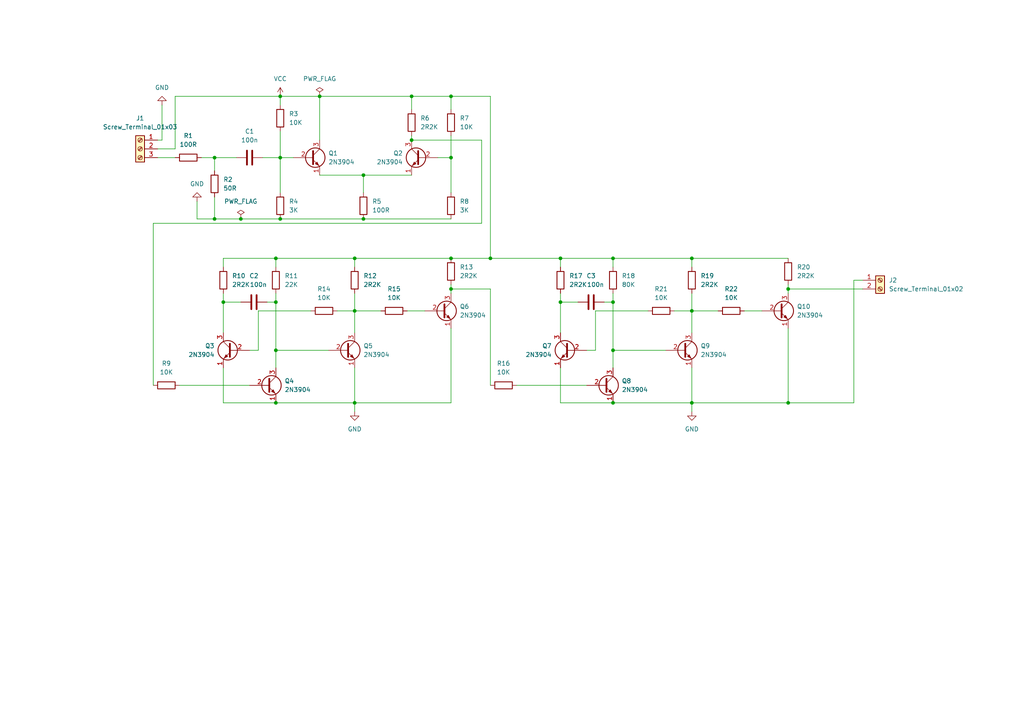
<source format=kicad_sch>
(kicad_sch (version 20211123) (generator eeschema)

  (uuid 0739e873-faf2-4a42-b179-6a3f57fefac0)

  (paper "A4")

  (lib_symbols
    (symbol "Connector:Screw_Terminal_01x02" (pin_names (offset 1.016) hide) (in_bom yes) (on_board yes)
      (property "Reference" "J" (id 0) (at 0 2.54 0)
        (effects (font (size 1.27 1.27)))
      )
      (property "Value" "Screw_Terminal_01x02" (id 1) (at 0 -5.08 0)
        (effects (font (size 1.27 1.27)))
      )
      (property "Footprint" "" (id 2) (at 0 0 0)
        (effects (font (size 1.27 1.27)) hide)
      )
      (property "Datasheet" "~" (id 3) (at 0 0 0)
        (effects (font (size 1.27 1.27)) hide)
      )
      (property "ki_keywords" "screw terminal" (id 4) (at 0 0 0)
        (effects (font (size 1.27 1.27)) hide)
      )
      (property "ki_description" "Generic screw terminal, single row, 01x02, script generated (kicad-library-utils/schlib/autogen/connector/)" (id 5) (at 0 0 0)
        (effects (font (size 1.27 1.27)) hide)
      )
      (property "ki_fp_filters" "TerminalBlock*:*" (id 6) (at 0 0 0)
        (effects (font (size 1.27 1.27)) hide)
      )
      (symbol "Screw_Terminal_01x02_1_1"
        (rectangle (start -1.27 1.27) (end 1.27 -3.81)
          (stroke (width 0.254) (type default) (color 0 0 0 0))
          (fill (type background))
        )
        (circle (center 0 -2.54) (radius 0.635)
          (stroke (width 0.1524) (type default) (color 0 0 0 0))
          (fill (type none))
        )
        (polyline
          (pts
            (xy -0.5334 -2.2098)
            (xy 0.3302 -3.048)
          )
          (stroke (width 0.1524) (type default) (color 0 0 0 0))
          (fill (type none))
        )
        (polyline
          (pts
            (xy -0.5334 0.3302)
            (xy 0.3302 -0.508)
          )
          (stroke (width 0.1524) (type default) (color 0 0 0 0))
          (fill (type none))
        )
        (polyline
          (pts
            (xy -0.3556 -2.032)
            (xy 0.508 -2.8702)
          )
          (stroke (width 0.1524) (type default) (color 0 0 0 0))
          (fill (type none))
        )
        (polyline
          (pts
            (xy -0.3556 0.508)
            (xy 0.508 -0.3302)
          )
          (stroke (width 0.1524) (type default) (color 0 0 0 0))
          (fill (type none))
        )
        (circle (center 0 0) (radius 0.635)
          (stroke (width 0.1524) (type default) (color 0 0 0 0))
          (fill (type none))
        )
        (pin passive line (at -5.08 0 0) (length 3.81)
          (name "Pin_1" (effects (font (size 1.27 1.27))))
          (number "1" (effects (font (size 1.27 1.27))))
        )
        (pin passive line (at -5.08 -2.54 0) (length 3.81)
          (name "Pin_2" (effects (font (size 1.27 1.27))))
          (number "2" (effects (font (size 1.27 1.27))))
        )
      )
    )
    (symbol "Connector:Screw_Terminal_01x03" (pin_names (offset 1.016) hide) (in_bom yes) (on_board yes)
      (property "Reference" "J" (id 0) (at 0 5.08 0)
        (effects (font (size 1.27 1.27)))
      )
      (property "Value" "Screw_Terminal_01x03" (id 1) (at 0 -5.08 0)
        (effects (font (size 1.27 1.27)))
      )
      (property "Footprint" "" (id 2) (at 0 0 0)
        (effects (font (size 1.27 1.27)) hide)
      )
      (property "Datasheet" "~" (id 3) (at 0 0 0)
        (effects (font (size 1.27 1.27)) hide)
      )
      (property "ki_keywords" "screw terminal" (id 4) (at 0 0 0)
        (effects (font (size 1.27 1.27)) hide)
      )
      (property "ki_description" "Generic screw terminal, single row, 01x03, script generated (kicad-library-utils/schlib/autogen/connector/)" (id 5) (at 0 0 0)
        (effects (font (size 1.27 1.27)) hide)
      )
      (property "ki_fp_filters" "TerminalBlock*:*" (id 6) (at 0 0 0)
        (effects (font (size 1.27 1.27)) hide)
      )
      (symbol "Screw_Terminal_01x03_1_1"
        (rectangle (start -1.27 3.81) (end 1.27 -3.81)
          (stroke (width 0.254) (type default) (color 0 0 0 0))
          (fill (type background))
        )
        (circle (center 0 -2.54) (radius 0.635)
          (stroke (width 0.1524) (type default) (color 0 0 0 0))
          (fill (type none))
        )
        (polyline
          (pts
            (xy -0.5334 -2.2098)
            (xy 0.3302 -3.048)
          )
          (stroke (width 0.1524) (type default) (color 0 0 0 0))
          (fill (type none))
        )
        (polyline
          (pts
            (xy -0.5334 0.3302)
            (xy 0.3302 -0.508)
          )
          (stroke (width 0.1524) (type default) (color 0 0 0 0))
          (fill (type none))
        )
        (polyline
          (pts
            (xy -0.5334 2.8702)
            (xy 0.3302 2.032)
          )
          (stroke (width 0.1524) (type default) (color 0 0 0 0))
          (fill (type none))
        )
        (polyline
          (pts
            (xy -0.3556 -2.032)
            (xy 0.508 -2.8702)
          )
          (stroke (width 0.1524) (type default) (color 0 0 0 0))
          (fill (type none))
        )
        (polyline
          (pts
            (xy -0.3556 0.508)
            (xy 0.508 -0.3302)
          )
          (stroke (width 0.1524) (type default) (color 0 0 0 0))
          (fill (type none))
        )
        (polyline
          (pts
            (xy -0.3556 3.048)
            (xy 0.508 2.2098)
          )
          (stroke (width 0.1524) (type default) (color 0 0 0 0))
          (fill (type none))
        )
        (circle (center 0 0) (radius 0.635)
          (stroke (width 0.1524) (type default) (color 0 0 0 0))
          (fill (type none))
        )
        (circle (center 0 2.54) (radius 0.635)
          (stroke (width 0.1524) (type default) (color 0 0 0 0))
          (fill (type none))
        )
        (pin passive line (at -5.08 2.54 0) (length 3.81)
          (name "Pin_1" (effects (font (size 1.27 1.27))))
          (number "1" (effects (font (size 1.27 1.27))))
        )
        (pin passive line (at -5.08 0 0) (length 3.81)
          (name "Pin_2" (effects (font (size 1.27 1.27))))
          (number "2" (effects (font (size 1.27 1.27))))
        )
        (pin passive line (at -5.08 -2.54 0) (length 3.81)
          (name "Pin_3" (effects (font (size 1.27 1.27))))
          (number "3" (effects (font (size 1.27 1.27))))
        )
      )
    )
    (symbol "Device:C" (pin_numbers hide) (pin_names (offset 0.254)) (in_bom yes) (on_board yes)
      (property "Reference" "C" (id 0) (at 0.635 2.54 0)
        (effects (font (size 1.27 1.27)) (justify left))
      )
      (property "Value" "C" (id 1) (at 0.635 -2.54 0)
        (effects (font (size 1.27 1.27)) (justify left))
      )
      (property "Footprint" "" (id 2) (at 0.9652 -3.81 0)
        (effects (font (size 1.27 1.27)) hide)
      )
      (property "Datasheet" "~" (id 3) (at 0 0 0)
        (effects (font (size 1.27 1.27)) hide)
      )
      (property "ki_keywords" "cap capacitor" (id 4) (at 0 0 0)
        (effects (font (size 1.27 1.27)) hide)
      )
      (property "ki_description" "Unpolarized capacitor" (id 5) (at 0 0 0)
        (effects (font (size 1.27 1.27)) hide)
      )
      (property "ki_fp_filters" "C_*" (id 6) (at 0 0 0)
        (effects (font (size 1.27 1.27)) hide)
      )
      (symbol "C_0_1"
        (polyline
          (pts
            (xy -2.032 -0.762)
            (xy 2.032 -0.762)
          )
          (stroke (width 0.508) (type default) (color 0 0 0 0))
          (fill (type none))
        )
        (polyline
          (pts
            (xy -2.032 0.762)
            (xy 2.032 0.762)
          )
          (stroke (width 0.508) (type default) (color 0 0 0 0))
          (fill (type none))
        )
      )
      (symbol "C_1_1"
        (pin passive line (at 0 3.81 270) (length 2.794)
          (name "~" (effects (font (size 1.27 1.27))))
          (number "1" (effects (font (size 1.27 1.27))))
        )
        (pin passive line (at 0 -3.81 90) (length 2.794)
          (name "~" (effects (font (size 1.27 1.27))))
          (number "2" (effects (font (size 1.27 1.27))))
        )
      )
    )
    (symbol "Device:R" (pin_numbers hide) (pin_names (offset 0)) (in_bom yes) (on_board yes)
      (property "Reference" "R" (id 0) (at 2.032 0 90)
        (effects (font (size 1.27 1.27)))
      )
      (property "Value" "R" (id 1) (at 0 0 90)
        (effects (font (size 1.27 1.27)))
      )
      (property "Footprint" "" (id 2) (at -1.778 0 90)
        (effects (font (size 1.27 1.27)) hide)
      )
      (property "Datasheet" "~" (id 3) (at 0 0 0)
        (effects (font (size 1.27 1.27)) hide)
      )
      (property "ki_keywords" "R res resistor" (id 4) (at 0 0 0)
        (effects (font (size 1.27 1.27)) hide)
      )
      (property "ki_description" "Resistor" (id 5) (at 0 0 0)
        (effects (font (size 1.27 1.27)) hide)
      )
      (property "ki_fp_filters" "R_*" (id 6) (at 0 0 0)
        (effects (font (size 1.27 1.27)) hide)
      )
      (symbol "R_0_1"
        (rectangle (start -1.016 -2.54) (end 1.016 2.54)
          (stroke (width 0.254) (type default) (color 0 0 0 0))
          (fill (type none))
        )
      )
      (symbol "R_1_1"
        (pin passive line (at 0 3.81 270) (length 1.27)
          (name "~" (effects (font (size 1.27 1.27))))
          (number "1" (effects (font (size 1.27 1.27))))
        )
        (pin passive line (at 0 -3.81 90) (length 1.27)
          (name "~" (effects (font (size 1.27 1.27))))
          (number "2" (effects (font (size 1.27 1.27))))
        )
      )
    )
    (symbol "Transistor_BJT:2N3904" (pin_names (offset 0) hide) (in_bom yes) (on_board yes)
      (property "Reference" "Q" (id 0) (at 5.08 1.905 0)
        (effects (font (size 1.27 1.27)) (justify left))
      )
      (property "Value" "2N3904" (id 1) (at 5.08 0 0)
        (effects (font (size 1.27 1.27)) (justify left))
      )
      (property "Footprint" "Package_TO_SOT_THT:TO-92_Inline" (id 2) (at 5.08 -1.905 0)
        (effects (font (size 1.27 1.27) italic) (justify left) hide)
      )
      (property "Datasheet" "https://www.onsemi.com/pub/Collateral/2N3903-D.PDF" (id 3) (at 0 0 0)
        (effects (font (size 1.27 1.27)) (justify left) hide)
      )
      (property "ki_keywords" "NPN Transistor" (id 4) (at 0 0 0)
        (effects (font (size 1.27 1.27)) hide)
      )
      (property "ki_description" "0.2A Ic, 40V Vce, Small Signal NPN Transistor, TO-92" (id 5) (at 0 0 0)
        (effects (font (size 1.27 1.27)) hide)
      )
      (property "ki_fp_filters" "TO?92*" (id 6) (at 0 0 0)
        (effects (font (size 1.27 1.27)) hide)
      )
      (symbol "2N3904_0_1"
        (polyline
          (pts
            (xy 0.635 0.635)
            (xy 2.54 2.54)
          )
          (stroke (width 0) (type default) (color 0 0 0 0))
          (fill (type none))
        )
        (polyline
          (pts
            (xy 0.635 -0.635)
            (xy 2.54 -2.54)
            (xy 2.54 -2.54)
          )
          (stroke (width 0) (type default) (color 0 0 0 0))
          (fill (type none))
        )
        (polyline
          (pts
            (xy 0.635 1.905)
            (xy 0.635 -1.905)
            (xy 0.635 -1.905)
          )
          (stroke (width 0.508) (type default) (color 0 0 0 0))
          (fill (type none))
        )
        (polyline
          (pts
            (xy 1.27 -1.778)
            (xy 1.778 -1.27)
            (xy 2.286 -2.286)
            (xy 1.27 -1.778)
            (xy 1.27 -1.778)
          )
          (stroke (width 0) (type default) (color 0 0 0 0))
          (fill (type outline))
        )
        (circle (center 1.27 0) (radius 2.8194)
          (stroke (width 0.254) (type default) (color 0 0 0 0))
          (fill (type none))
        )
      )
      (symbol "2N3904_1_1"
        (pin passive line (at 2.54 -5.08 90) (length 2.54)
          (name "E" (effects (font (size 1.27 1.27))))
          (number "1" (effects (font (size 1.27 1.27))))
        )
        (pin passive line (at -5.08 0 0) (length 5.715)
          (name "B" (effects (font (size 1.27 1.27))))
          (number "2" (effects (font (size 1.27 1.27))))
        )
        (pin passive line (at 2.54 5.08 270) (length 2.54)
          (name "C" (effects (font (size 1.27 1.27))))
          (number "3" (effects (font (size 1.27 1.27))))
        )
      )
    )
    (symbol "power:GND" (power) (pin_names (offset 0)) (in_bom yes) (on_board yes)
      (property "Reference" "#PWR" (id 0) (at 0 -6.35 0)
        (effects (font (size 1.27 1.27)) hide)
      )
      (property "Value" "GND" (id 1) (at 0 -3.81 0)
        (effects (font (size 1.27 1.27)))
      )
      (property "Footprint" "" (id 2) (at 0 0 0)
        (effects (font (size 1.27 1.27)) hide)
      )
      (property "Datasheet" "" (id 3) (at 0 0 0)
        (effects (font (size 1.27 1.27)) hide)
      )
      (property "ki_keywords" "global power" (id 4) (at 0 0 0)
        (effects (font (size 1.27 1.27)) hide)
      )
      (property "ki_description" "Power symbol creates a global label with name \"GND\" , ground" (id 5) (at 0 0 0)
        (effects (font (size 1.27 1.27)) hide)
      )
      (symbol "GND_0_1"
        (polyline
          (pts
            (xy 0 0)
            (xy 0 -1.27)
            (xy 1.27 -1.27)
            (xy 0 -2.54)
            (xy -1.27 -1.27)
            (xy 0 -1.27)
          )
          (stroke (width 0) (type default) (color 0 0 0 0))
          (fill (type none))
        )
      )
      (symbol "GND_1_1"
        (pin power_in line (at 0 0 270) (length 0) hide
          (name "GND" (effects (font (size 1.27 1.27))))
          (number "1" (effects (font (size 1.27 1.27))))
        )
      )
    )
    (symbol "power:PWR_FLAG" (power) (pin_numbers hide) (pin_names (offset 0) hide) (in_bom yes) (on_board yes)
      (property "Reference" "#FLG" (id 0) (at 0 1.905 0)
        (effects (font (size 1.27 1.27)) hide)
      )
      (property "Value" "PWR_FLAG" (id 1) (at 0 3.81 0)
        (effects (font (size 1.27 1.27)))
      )
      (property "Footprint" "" (id 2) (at 0 0 0)
        (effects (font (size 1.27 1.27)) hide)
      )
      (property "Datasheet" "~" (id 3) (at 0 0 0)
        (effects (font (size 1.27 1.27)) hide)
      )
      (property "ki_keywords" "flag power" (id 4) (at 0 0 0)
        (effects (font (size 1.27 1.27)) hide)
      )
      (property "ki_description" "Special symbol for telling ERC where power comes from" (id 5) (at 0 0 0)
        (effects (font (size 1.27 1.27)) hide)
      )
      (symbol "PWR_FLAG_0_0"
        (pin power_out line (at 0 0 90) (length 0)
          (name "pwr" (effects (font (size 1.27 1.27))))
          (number "1" (effects (font (size 1.27 1.27))))
        )
      )
      (symbol "PWR_FLAG_0_1"
        (polyline
          (pts
            (xy 0 0)
            (xy 0 1.27)
            (xy -1.016 1.905)
            (xy 0 2.54)
            (xy 1.016 1.905)
            (xy 0 1.27)
          )
          (stroke (width 0) (type default) (color 0 0 0 0))
          (fill (type none))
        )
      )
    )
    (symbol "power:VCC" (power) (pin_names (offset 0)) (in_bom yes) (on_board yes)
      (property "Reference" "#PWR" (id 0) (at 0 -3.81 0)
        (effects (font (size 1.27 1.27)) hide)
      )
      (property "Value" "VCC" (id 1) (at 0 3.81 0)
        (effects (font (size 1.27 1.27)))
      )
      (property "Footprint" "" (id 2) (at 0 0 0)
        (effects (font (size 1.27 1.27)) hide)
      )
      (property "Datasheet" "" (id 3) (at 0 0 0)
        (effects (font (size 1.27 1.27)) hide)
      )
      (property "ki_keywords" "global power" (id 4) (at 0 0 0)
        (effects (font (size 1.27 1.27)) hide)
      )
      (property "ki_description" "Power symbol creates a global label with name \"VCC\"" (id 5) (at 0 0 0)
        (effects (font (size 1.27 1.27)) hide)
      )
      (symbol "VCC_0_1"
        (polyline
          (pts
            (xy -0.762 1.27)
            (xy 0 2.54)
          )
          (stroke (width 0) (type default) (color 0 0 0 0))
          (fill (type none))
        )
        (polyline
          (pts
            (xy 0 0)
            (xy 0 2.54)
          )
          (stroke (width 0) (type default) (color 0 0 0 0))
          (fill (type none))
        )
        (polyline
          (pts
            (xy 0 2.54)
            (xy 0.762 1.27)
          )
          (stroke (width 0) (type default) (color 0 0 0 0))
          (fill (type none))
        )
      )
      (symbol "VCC_1_1"
        (pin power_in line (at 0 0 90) (length 0) hide
          (name "VCC" (effects (font (size 1.27 1.27))))
          (number "1" (effects (font (size 1.27 1.27))))
        )
      )
    )
  )

  (junction (at 105.41 63.5) (diameter 0) (color 0 0 0 0)
    (uuid 10faf581-2af8-4fde-ab39-291147f020f3)
  )
  (junction (at 62.23 45.72) (diameter 0) (color 0 0 0 0)
    (uuid 1b10e3bc-47a0-44e8-8929-387b25c95d57)
  )
  (junction (at 177.8 74.93) (diameter 0) (color 0 0 0 0)
    (uuid 30ea3e27-fa65-42d6-8bcf-333acea4c051)
  )
  (junction (at 102.87 90.17) (diameter 0) (color 0 0 0 0)
    (uuid 3b047d4c-d2d1-417a-89c5-494099a2cd94)
  )
  (junction (at 119.38 27.94) (diameter 0) (color 0 0 0 0)
    (uuid 4df2a7a3-c31a-4076-bca5-25bf824fbbe3)
  )
  (junction (at 81.28 45.72) (diameter 0) (color 0 0 0 0)
    (uuid 539b1e0c-ecca-4835-a360-96a4d5370832)
  )
  (junction (at 130.81 45.72) (diameter 0) (color 0 0 0 0)
    (uuid 6072d23f-c835-4ee8-b5fa-4e05c8e6cdff)
  )
  (junction (at 228.6 116.84) (diameter 0) (color 0 0 0 0)
    (uuid 68a207af-dfd9-448c-840f-783eedae49c3)
  )
  (junction (at 177.8 101.6) (diameter 0) (color 0 0 0 0)
    (uuid 6f94d4f6-6320-4298-a579-b78eb62ee529)
  )
  (junction (at 105.41 50.8) (diameter 0) (color 0 0 0 0)
    (uuid 7152390e-c191-4ca9-b824-370ad869f379)
  )
  (junction (at 162.56 87.63) (diameter 0) (color 0 0 0 0)
    (uuid 73627749-7bcd-4650-915d-5a86c11cb95c)
  )
  (junction (at 200.66 74.93) (diameter 0) (color 0 0 0 0)
    (uuid 790a84f3-cea8-4cb9-9460-67745a306f71)
  )
  (junction (at 80.01 87.63) (diameter 0) (color 0 0 0 0)
    (uuid 79a63348-8c77-45f1-b16e-fd7951f24a3f)
  )
  (junction (at 80.01 101.6) (diameter 0) (color 0 0 0 0)
    (uuid 7fe012d8-2d3c-4e75-b676-bf34efb50dab)
  )
  (junction (at 119.38 40.64) (diameter 0) (color 0 0 0 0)
    (uuid 8371a4f0-4938-40cf-a649-ca72d1ed0386)
  )
  (junction (at 69.85 63.5) (diameter 0) (color 0 0 0 0)
    (uuid 8db2de31-3fa7-47bb-bdab-e9d6560ca110)
  )
  (junction (at 130.81 74.93) (diameter 0) (color 0 0 0 0)
    (uuid 8e1a2ea0-556c-46e0-9d7d-6aa33c40fa65)
  )
  (junction (at 200.66 116.84) (diameter 0) (color 0 0 0 0)
    (uuid 96c1b528-aef8-4040-822f-bbb106dd9bb1)
  )
  (junction (at 142.24 74.93) (diameter 0) (color 0 0 0 0)
    (uuid 9959b340-d09b-45f1-ad22-e3c6a985e45d)
  )
  (junction (at 80.01 74.93) (diameter 0) (color 0 0 0 0)
    (uuid 9e3b0b79-1120-4f7e-9eed-a28b9dc44abe)
  )
  (junction (at 62.23 63.5) (diameter 0) (color 0 0 0 0)
    (uuid b0a1a69b-201e-4290-8fcf-f8690a13f5ca)
  )
  (junction (at 81.28 27.94) (diameter 0) (color 0 0 0 0)
    (uuid b23d3b03-7b3f-468b-809b-13f21dec60a5)
  )
  (junction (at 130.81 83.82) (diameter 0) (color 0 0 0 0)
    (uuid b3dadc3e-9199-4443-b458-c68b7a312f7e)
  )
  (junction (at 102.87 74.93) (diameter 0) (color 0 0 0 0)
    (uuid b5662394-9478-4f41-8e97-34db7be0f92d)
  )
  (junction (at 80.01 116.84) (diameter 0) (color 0 0 0 0)
    (uuid bec1be81-dc2e-49b4-8fb2-e006b6c6dd79)
  )
  (junction (at 228.6 83.82) (diameter 0) (color 0 0 0 0)
    (uuid c143b04c-1201-4a33-b485-45b720e8ae6d)
  )
  (junction (at 162.56 74.93) (diameter 0) (color 0 0 0 0)
    (uuid c2bd2d42-38ca-4a6f-bb66-0568f7e2dea2)
  )
  (junction (at 64.77 87.63) (diameter 0) (color 0 0 0 0)
    (uuid cdde790a-2516-4cea-a9e6-1a6a771ae706)
  )
  (junction (at 130.81 27.94) (diameter 0) (color 0 0 0 0)
    (uuid daf95465-7981-4286-a782-e9620f28827d)
  )
  (junction (at 200.66 90.17) (diameter 0) (color 0 0 0 0)
    (uuid dce187ae-17b4-4482-ba3a-a12d2cc27b66)
  )
  (junction (at 81.28 63.5) (diameter 0) (color 0 0 0 0)
    (uuid dfa1079c-9675-479d-9c01-5045f5ff4601)
  )
  (junction (at 177.8 116.84) (diameter 0) (color 0 0 0 0)
    (uuid e0151a68-dcbf-4119-8478-9d0e653220e5)
  )
  (junction (at 102.87 116.84) (diameter 0) (color 0 0 0 0)
    (uuid f3374b8b-cf34-4eab-af31-359bda49d265)
  )
  (junction (at 92.71 27.94) (diameter 0) (color 0 0 0 0)
    (uuid f933d31a-c057-44ce-8112-0dbd4cde8dae)
  )
  (junction (at 177.8 87.63) (diameter 0) (color 0 0 0 0)
    (uuid f9385bb7-b365-4ec1-a9f7-7eae312c05ca)
  )

  (wire (pts (xy 130.81 27.94) (xy 142.24 27.94))
    (stroke (width 0) (type default) (color 0 0 0 0))
    (uuid 02306ac4-78cb-4f8a-9911-f2a74482c344)
  )
  (wire (pts (xy 130.81 39.37) (xy 130.81 45.72))
    (stroke (width 0) (type default) (color 0 0 0 0))
    (uuid 05a97a4a-b1cb-4d1f-9aab-6127232cd22e)
  )
  (wire (pts (xy 177.8 87.63) (xy 177.8 85.09))
    (stroke (width 0) (type default) (color 0 0 0 0))
    (uuid 062497af-49e8-4ec8-8622-7c60e2e9da5a)
  )
  (wire (pts (xy 44.45 111.76) (xy 44.45 64.77))
    (stroke (width 0) (type default) (color 0 0 0 0))
    (uuid 0aae2d69-f7a3-4ae7-99eb-f8f2079f1c22)
  )
  (wire (pts (xy 64.77 74.93) (xy 80.01 74.93))
    (stroke (width 0) (type default) (color 0 0 0 0))
    (uuid 0c3fd8c7-f43b-4cf2-a72f-5e40ba602bdf)
  )
  (wire (pts (xy 45.72 40.64) (xy 46.99 40.64))
    (stroke (width 0) (type default) (color 0 0 0 0))
    (uuid 0d3deb52-91e9-4a87-9008-2182f0eb8655)
  )
  (wire (pts (xy 162.56 74.93) (xy 177.8 74.93))
    (stroke (width 0) (type default) (color 0 0 0 0))
    (uuid 0e60ae46-e9c5-4cd8-ab07-7a8910815115)
  )
  (wire (pts (xy 102.87 106.68) (xy 102.87 116.84))
    (stroke (width 0) (type default) (color 0 0 0 0))
    (uuid 10dcfcb4-a010-4eea-a1cc-aaebb69b3c25)
  )
  (wire (pts (xy 44.45 64.77) (xy 139.7 64.77))
    (stroke (width 0) (type default) (color 0 0 0 0))
    (uuid 15b4ca54-d831-46a0-8d09-6ad3879884f2)
  )
  (wire (pts (xy 80.01 87.63) (xy 80.01 85.09))
    (stroke (width 0) (type default) (color 0 0 0 0))
    (uuid 15dc8ac6-9bb5-4063-9ec8-a10c324953ef)
  )
  (wire (pts (xy 127 45.72) (xy 130.81 45.72))
    (stroke (width 0) (type default) (color 0 0 0 0))
    (uuid 18b9deb4-b7de-4ec1-90d2-41de9db52c00)
  )
  (wire (pts (xy 95.25 101.6) (xy 80.01 101.6))
    (stroke (width 0) (type default) (color 0 0 0 0))
    (uuid 1a084729-f14f-43d4-8974-496d1b473ee7)
  )
  (wire (pts (xy 142.24 27.94) (xy 142.24 74.93))
    (stroke (width 0) (type default) (color 0 0 0 0))
    (uuid 1c5b37dc-92f4-4e03-8732-5b309a136509)
  )
  (wire (pts (xy 220.98 90.17) (xy 215.9 90.17))
    (stroke (width 0) (type default) (color 0 0 0 0))
    (uuid 24eb2130-fed7-453d-bae9-ccce6c3b4540)
  )
  (wire (pts (xy 247.65 81.28) (xy 247.65 116.84))
    (stroke (width 0) (type default) (color 0 0 0 0))
    (uuid 24f06037-be2f-464f-a868-5ef1f08fc71a)
  )
  (wire (pts (xy 149.86 111.76) (xy 170.18 111.76))
    (stroke (width 0) (type default) (color 0 0 0 0))
    (uuid 276bb31c-549d-4c38-84b9-629a68f5009f)
  )
  (wire (pts (xy 102.87 90.17) (xy 97.79 90.17))
    (stroke (width 0) (type default) (color 0 0 0 0))
    (uuid 283781d4-5a44-484c-b608-80719451e0dd)
  )
  (wire (pts (xy 81.28 27.94) (xy 92.71 27.94))
    (stroke (width 0) (type default) (color 0 0 0 0))
    (uuid 2c53ff5a-6615-4eec-948f-6e4d1b6a8962)
  )
  (wire (pts (xy 228.6 83.82) (xy 228.6 85.09))
    (stroke (width 0) (type default) (color 0 0 0 0))
    (uuid 2d368cad-3191-4132-9912-f4034f7c11f2)
  )
  (wire (pts (xy 92.71 27.94) (xy 92.71 40.64))
    (stroke (width 0) (type default) (color 0 0 0 0))
    (uuid 2f3d7c7e-3747-413e-b653-7f630dc59f07)
  )
  (wire (pts (xy 208.28 90.17) (xy 200.66 90.17))
    (stroke (width 0) (type default) (color 0 0 0 0))
    (uuid 30c02d71-48fb-4e80-9525-f4f8efd6a044)
  )
  (wire (pts (xy 142.24 74.93) (xy 162.56 74.93))
    (stroke (width 0) (type default) (color 0 0 0 0))
    (uuid 355cf6e6-732b-4cdc-833c-1854b67ba42a)
  )
  (wire (pts (xy 130.81 116.84) (xy 102.87 116.84))
    (stroke (width 0) (type default) (color 0 0 0 0))
    (uuid 3778a4c9-7bfc-4710-b39a-d4d46df71ad6)
  )
  (wire (pts (xy 162.56 87.63) (xy 167.64 87.63))
    (stroke (width 0) (type default) (color 0 0 0 0))
    (uuid 391df2b5-6bf1-49b7-9906-a054dec54724)
  )
  (wire (pts (xy 64.77 85.09) (xy 64.77 87.63))
    (stroke (width 0) (type default) (color 0 0 0 0))
    (uuid 3a169029-a475-443a-9f2c-2bdf8f9fe1ba)
  )
  (wire (pts (xy 46.99 30.48) (xy 46.99 40.64))
    (stroke (width 0) (type default) (color 0 0 0 0))
    (uuid 40e36f8b-eaf5-41f6-9e3c-879cb0e0fd98)
  )
  (wire (pts (xy 200.66 74.93) (xy 228.6 74.93))
    (stroke (width 0) (type default) (color 0 0 0 0))
    (uuid 41c706ee-3b36-49a5-ab7c-197e733c5f77)
  )
  (wire (pts (xy 130.81 95.25) (xy 130.81 116.84))
    (stroke (width 0) (type default) (color 0 0 0 0))
    (uuid 425c508e-85e4-44f5-8a8e-0500ca6b1cd2)
  )
  (wire (pts (xy 200.66 96.52) (xy 200.66 90.17))
    (stroke (width 0) (type default) (color 0 0 0 0))
    (uuid 44e4c0ea-5b14-4ec7-bd2c-aa1d0beedde1)
  )
  (wire (pts (xy 142.24 111.76) (xy 142.24 83.82))
    (stroke (width 0) (type default) (color 0 0 0 0))
    (uuid 4730b4a3-abf4-4027-9522-95a0afd3a58c)
  )
  (wire (pts (xy 119.38 40.64) (xy 119.38 39.37))
    (stroke (width 0) (type default) (color 0 0 0 0))
    (uuid 4734ddb8-da38-425b-b912-da1364c80468)
  )
  (wire (pts (xy 64.77 116.84) (xy 80.01 116.84))
    (stroke (width 0) (type default) (color 0 0 0 0))
    (uuid 482d0547-d88f-4c6e-9805-14443b9becc7)
  )
  (wire (pts (xy 200.66 85.09) (xy 200.66 90.17))
    (stroke (width 0) (type default) (color 0 0 0 0))
    (uuid 484a2d5a-2c94-4e1a-82a8-a42e41f9c36e)
  )
  (wire (pts (xy 102.87 96.52) (xy 102.87 90.17))
    (stroke (width 0) (type default) (color 0 0 0 0))
    (uuid 4945b1c0-52d9-4ce7-a319-9eb703949b15)
  )
  (wire (pts (xy 228.6 95.25) (xy 228.6 116.84))
    (stroke (width 0) (type default) (color 0 0 0 0))
    (uuid 4d38a761-ff87-40ec-9844-d88247aa1c9e)
  )
  (wire (pts (xy 45.72 45.72) (xy 50.8 45.72))
    (stroke (width 0) (type default) (color 0 0 0 0))
    (uuid 4dbd2ae3-6e54-4fcc-be70-c53d4c6fd2c6)
  )
  (wire (pts (xy 74.93 90.17) (xy 74.93 101.6))
    (stroke (width 0) (type default) (color 0 0 0 0))
    (uuid 4eb935bf-3781-440c-9d55-07de2c99a086)
  )
  (wire (pts (xy 64.77 77.47) (xy 64.77 74.93))
    (stroke (width 0) (type default) (color 0 0 0 0))
    (uuid 4fa138e6-c756-49c1-8060-d1fbd4cbbbfd)
  )
  (wire (pts (xy 250.19 81.28) (xy 247.65 81.28))
    (stroke (width 0) (type default) (color 0 0 0 0))
    (uuid 51775d2c-daf5-4243-84cf-ea844d9c31c8)
  )
  (wire (pts (xy 80.01 101.6) (xy 80.01 87.63))
    (stroke (width 0) (type default) (color 0 0 0 0))
    (uuid 559e4cf3-06f2-497e-8e84-35fee0183910)
  )
  (wire (pts (xy 80.01 74.93) (xy 80.01 77.47))
    (stroke (width 0) (type default) (color 0 0 0 0))
    (uuid 55d1ad04-9a18-4b42-bcb9-ffc56c6b3c66)
  )
  (wire (pts (xy 200.66 74.93) (xy 177.8 74.93))
    (stroke (width 0) (type default) (color 0 0 0 0))
    (uuid 56751f02-54e6-423a-b598-637b2f2cb9ca)
  )
  (wire (pts (xy 193.04 101.6) (xy 177.8 101.6))
    (stroke (width 0) (type default) (color 0 0 0 0))
    (uuid 5b7e21d8-6346-41bd-997a-543b90f4ffb7)
  )
  (wire (pts (xy 90.17 90.17) (xy 74.93 90.17))
    (stroke (width 0) (type default) (color 0 0 0 0))
    (uuid 5d3ed907-5a12-44a2-84e9-32177fda0188)
  )
  (wire (pts (xy 102.87 77.47) (xy 102.87 74.93))
    (stroke (width 0) (type default) (color 0 0 0 0))
    (uuid 5e355f0e-c083-444a-a7de-2c5aa25b34b4)
  )
  (wire (pts (xy 200.66 119.38) (xy 200.66 116.84))
    (stroke (width 0) (type default) (color 0 0 0 0))
    (uuid 5f76db7e-d717-4999-b7f2-31d229bb373f)
  )
  (wire (pts (xy 228.6 83.82) (xy 250.19 83.82))
    (stroke (width 0) (type default) (color 0 0 0 0))
    (uuid 6289b145-02d3-4b67-82f5-8833a09a8b88)
  )
  (wire (pts (xy 139.7 64.77) (xy 139.7 40.64))
    (stroke (width 0) (type default) (color 0 0 0 0))
    (uuid 652c4995-d627-467f-b8ea-5db334bea465)
  )
  (wire (pts (xy 162.56 85.09) (xy 162.56 87.63))
    (stroke (width 0) (type default) (color 0 0 0 0))
    (uuid 6855bb12-5e8c-45fd-bb7e-b1f986f81df9)
  )
  (wire (pts (xy 58.42 45.72) (xy 62.23 45.72))
    (stroke (width 0) (type default) (color 0 0 0 0))
    (uuid 690f1419-26af-46ca-a26b-4293a1e232f4)
  )
  (wire (pts (xy 228.6 116.84) (xy 200.66 116.84))
    (stroke (width 0) (type default) (color 0 0 0 0))
    (uuid 6951dde4-dc6f-40e7-b55f-41fa75ed8781)
  )
  (wire (pts (xy 69.85 63.5) (xy 81.28 63.5))
    (stroke (width 0) (type default) (color 0 0 0 0))
    (uuid 6981a83c-cddf-4e48-95ab-dc0c7f971b45)
  )
  (wire (pts (xy 228.6 82.55) (xy 228.6 83.82))
    (stroke (width 0) (type default) (color 0 0 0 0))
    (uuid 6b4f059a-636d-4176-a8c4-8c29c64349bb)
  )
  (wire (pts (xy 139.7 40.64) (xy 119.38 40.64))
    (stroke (width 0) (type default) (color 0 0 0 0))
    (uuid 6f517388-2c87-477f-a0d3-473b2dc77a7e)
  )
  (wire (pts (xy 81.28 27.94) (xy 81.28 30.48))
    (stroke (width 0) (type default) (color 0 0 0 0))
    (uuid 7642ca4b-2def-495e-805b-c43a9f5fd7ac)
  )
  (wire (pts (xy 175.26 87.63) (xy 177.8 87.63))
    (stroke (width 0) (type default) (color 0 0 0 0))
    (uuid 7c0b31ca-eaa6-4795-b11d-e315ebde97ea)
  )
  (wire (pts (xy 130.81 83.82) (xy 130.81 85.09))
    (stroke (width 0) (type default) (color 0 0 0 0))
    (uuid 7c224549-1695-46ec-8a42-2ca3f7d97706)
  )
  (wire (pts (xy 172.72 101.6) (xy 170.18 101.6))
    (stroke (width 0) (type default) (color 0 0 0 0))
    (uuid 7d46264a-0131-45f1-98cb-89ddd4f6b146)
  )
  (wire (pts (xy 57.15 58.42) (xy 57.15 63.5))
    (stroke (width 0) (type default) (color 0 0 0 0))
    (uuid 7ea1d248-5576-4484-98ef-bd302d9bf23f)
  )
  (wire (pts (xy 62.23 63.5) (xy 69.85 63.5))
    (stroke (width 0) (type default) (color 0 0 0 0))
    (uuid 82a7dce1-b50f-414a-ad84-4b62d6732c96)
  )
  (wire (pts (xy 123.19 90.17) (xy 118.11 90.17))
    (stroke (width 0) (type default) (color 0 0 0 0))
    (uuid 8321d776-be4a-4ee1-9368-f144d056f2af)
  )
  (wire (pts (xy 200.66 106.68) (xy 200.66 116.84))
    (stroke (width 0) (type default) (color 0 0 0 0))
    (uuid 8349e1f1-fd73-474e-b9a8-233650cb4ec2)
  )
  (wire (pts (xy 102.87 74.93) (xy 80.01 74.93))
    (stroke (width 0) (type default) (color 0 0 0 0))
    (uuid 856c9ba3-3286-4c57-a5a7-686a40acce7d)
  )
  (wire (pts (xy 200.66 77.47) (xy 200.66 74.93))
    (stroke (width 0) (type default) (color 0 0 0 0))
    (uuid 857ff62e-2c99-4210-ad2f-f1e5f03efeab)
  )
  (wire (pts (xy 162.56 106.68) (xy 162.56 116.84))
    (stroke (width 0) (type default) (color 0 0 0 0))
    (uuid 8636441f-78d8-4202-9d18-c8f2f904ccb4)
  )
  (wire (pts (xy 102.87 74.93) (xy 130.81 74.93))
    (stroke (width 0) (type default) (color 0 0 0 0))
    (uuid 888da5a0-c762-48ae-8b27-57f707faed96)
  )
  (wire (pts (xy 119.38 27.94) (xy 119.38 31.75))
    (stroke (width 0) (type default) (color 0 0 0 0))
    (uuid 89dc088a-4bf6-4f77-858f-276b095e6d00)
  )
  (wire (pts (xy 52.07 111.76) (xy 72.39 111.76))
    (stroke (width 0) (type default) (color 0 0 0 0))
    (uuid 8a5d336d-4936-444a-ae80-c699ffd85cfe)
  )
  (wire (pts (xy 50.8 27.94) (xy 81.28 27.94))
    (stroke (width 0) (type default) (color 0 0 0 0))
    (uuid 8eb2aa59-c909-49e3-ac61-ad4509890809)
  )
  (wire (pts (xy 162.56 87.63) (xy 162.56 96.52))
    (stroke (width 0) (type default) (color 0 0 0 0))
    (uuid 8f5f548c-3d04-4cc7-b723-8c8a91042d1a)
  )
  (wire (pts (xy 187.96 90.17) (xy 172.72 90.17))
    (stroke (width 0) (type default) (color 0 0 0 0))
    (uuid 8f60f56f-e935-4b9d-b956-2c345f4ed445)
  )
  (wire (pts (xy 80.01 101.6) (xy 80.01 106.68))
    (stroke (width 0) (type default) (color 0 0 0 0))
    (uuid 9095fc8c-df4b-4300-b8ae-89b541db0d0d)
  )
  (wire (pts (xy 105.41 55.88) (xy 105.41 50.8))
    (stroke (width 0) (type default) (color 0 0 0 0))
    (uuid 90fc4c23-c9d7-479b-a2ba-51c7b5cf49bd)
  )
  (wire (pts (xy 162.56 116.84) (xy 177.8 116.84))
    (stroke (width 0) (type default) (color 0 0 0 0))
    (uuid 960af8ab-1b55-48da-be91-862b1ed69e41)
  )
  (wire (pts (xy 200.66 90.17) (xy 195.58 90.17))
    (stroke (width 0) (type default) (color 0 0 0 0))
    (uuid 9c006171-9e64-49ff-9ee4-622cf7637eb2)
  )
  (wire (pts (xy 130.81 27.94) (xy 130.81 31.75))
    (stroke (width 0) (type default) (color 0 0 0 0))
    (uuid 9d5347c3-0af5-4779-95af-8687e620d5af)
  )
  (wire (pts (xy 177.8 116.84) (xy 200.66 116.84))
    (stroke (width 0) (type default) (color 0 0 0 0))
    (uuid 9e63f3e9-477d-468a-b232-3f66388a0135)
  )
  (wire (pts (xy 177.8 101.6) (xy 177.8 87.63))
    (stroke (width 0) (type default) (color 0 0 0 0))
    (uuid a52ef047-0c66-40a5-aa91-de74405d3844)
  )
  (wire (pts (xy 64.77 87.63) (xy 69.85 87.63))
    (stroke (width 0) (type default) (color 0 0 0 0))
    (uuid a5768954-d148-4346-b9ff-74a395d6f671)
  )
  (wire (pts (xy 45.72 43.18) (xy 50.8 43.18))
    (stroke (width 0) (type default) (color 0 0 0 0))
    (uuid a6d96e6d-9ce0-4480-9a31-4512d209132c)
  )
  (wire (pts (xy 177.8 74.93) (xy 177.8 77.47))
    (stroke (width 0) (type default) (color 0 0 0 0))
    (uuid a6ee98ef-579e-45a5-9a1c-5d1dc6796e68)
  )
  (wire (pts (xy 62.23 57.15) (xy 62.23 63.5))
    (stroke (width 0) (type default) (color 0 0 0 0))
    (uuid a8fbf727-cadd-45e1-a481-1237044070e1)
  )
  (wire (pts (xy 130.81 82.55) (xy 130.81 83.82))
    (stroke (width 0) (type default) (color 0 0 0 0))
    (uuid aaaf3014-f4b8-4d6c-9e20-bc5844396ee7)
  )
  (wire (pts (xy 110.49 90.17) (xy 102.87 90.17))
    (stroke (width 0) (type default) (color 0 0 0 0))
    (uuid ab8ff623-a4d1-4206-bdb3-69907f05ebb8)
  )
  (wire (pts (xy 81.28 55.88) (xy 81.28 45.72))
    (stroke (width 0) (type default) (color 0 0 0 0))
    (uuid b0ab1ef5-8829-4d7b-980e-541d781175c7)
  )
  (wire (pts (xy 64.77 106.68) (xy 64.77 116.84))
    (stroke (width 0) (type default) (color 0 0 0 0))
    (uuid ba9888b9-09dd-464c-b2b9-c7f3e7622277)
  )
  (wire (pts (xy 102.87 85.09) (xy 102.87 90.17))
    (stroke (width 0) (type default) (color 0 0 0 0))
    (uuid be4d96a3-68a8-4709-a7ca-7f99b141a41d)
  )
  (wire (pts (xy 162.56 74.93) (xy 162.56 77.47))
    (stroke (width 0) (type default) (color 0 0 0 0))
    (uuid be751765-eeb7-42a6-ad45-e8f5ae0129c3)
  )
  (wire (pts (xy 80.01 116.84) (xy 102.87 116.84))
    (stroke (width 0) (type default) (color 0 0 0 0))
    (uuid c00e93e9-09d9-4dd4-b7c0-baa69688fc5f)
  )
  (wire (pts (xy 119.38 27.94) (xy 130.81 27.94))
    (stroke (width 0) (type default) (color 0 0 0 0))
    (uuid c01b920f-3298-4e04-9243-75ab9817b9ab)
  )
  (wire (pts (xy 64.77 87.63) (xy 64.77 96.52))
    (stroke (width 0) (type default) (color 0 0 0 0))
    (uuid c1728874-34a0-4901-80c4-5b866b39e783)
  )
  (wire (pts (xy 177.8 101.6) (xy 177.8 106.68))
    (stroke (width 0) (type default) (color 0 0 0 0))
    (uuid c20a226c-9cfa-4de5-a210-b89e74690797)
  )
  (wire (pts (xy 105.41 63.5) (xy 130.81 63.5))
    (stroke (width 0) (type default) (color 0 0 0 0))
    (uuid c4d238fa-39fb-42fb-a356-1837a413b497)
  )
  (wire (pts (xy 130.81 45.72) (xy 130.81 55.88))
    (stroke (width 0) (type default) (color 0 0 0 0))
    (uuid c6004d7a-a926-478b-86e7-762e08747a25)
  )
  (wire (pts (xy 57.15 63.5) (xy 62.23 63.5))
    (stroke (width 0) (type default) (color 0 0 0 0))
    (uuid c63454ef-8240-4348-87eb-cebdf5131ec5)
  )
  (wire (pts (xy 92.71 27.94) (xy 119.38 27.94))
    (stroke (width 0) (type default) (color 0 0 0 0))
    (uuid ce5cf34d-3def-4661-9efc-d934361d9e11)
  )
  (wire (pts (xy 81.28 38.1) (xy 81.28 45.72))
    (stroke (width 0) (type default) (color 0 0 0 0))
    (uuid d2a1abeb-66b6-4f32-92b1-071fd4d13cf4)
  )
  (wire (pts (xy 247.65 116.84) (xy 228.6 116.84))
    (stroke (width 0) (type default) (color 0 0 0 0))
    (uuid d461827a-0e08-4c76-85c4-b7d2ae0d7a9d)
  )
  (wire (pts (xy 50.8 27.94) (xy 50.8 43.18))
    (stroke (width 0) (type default) (color 0 0 0 0))
    (uuid d6c5dda2-03c4-4ff1-8b70-753030c0a577)
  )
  (wire (pts (xy 74.93 101.6) (xy 72.39 101.6))
    (stroke (width 0) (type default) (color 0 0 0 0))
    (uuid d8aeaaa8-7a22-4fb2-a937-dc38710abd1f)
  )
  (wire (pts (xy 81.28 45.72) (xy 85.09 45.72))
    (stroke (width 0) (type default) (color 0 0 0 0))
    (uuid d9aa3dd0-daa9-475e-a2e6-e043a48b0c63)
  )
  (wire (pts (xy 81.28 63.5) (xy 105.41 63.5))
    (stroke (width 0) (type default) (color 0 0 0 0))
    (uuid dd9bc388-8cd9-48bc-bc67-7032307bfab9)
  )
  (wire (pts (xy 76.2 45.72) (xy 81.28 45.72))
    (stroke (width 0) (type default) (color 0 0 0 0))
    (uuid df847005-b01a-43e2-9ae6-8973f19dd410)
  )
  (wire (pts (xy 130.81 74.93) (xy 142.24 74.93))
    (stroke (width 0) (type default) (color 0 0 0 0))
    (uuid e4a783a1-d694-4e92-a999-3e4acc361b2b)
  )
  (wire (pts (xy 62.23 49.53) (xy 62.23 45.72))
    (stroke (width 0) (type default) (color 0 0 0 0))
    (uuid e7cba1fe-6607-424b-9543-205f147252d0)
  )
  (wire (pts (xy 105.41 50.8) (xy 119.38 50.8))
    (stroke (width 0) (type default) (color 0 0 0 0))
    (uuid ea869d4b-3758-4b9c-b6a4-c21f818b6853)
  )
  (wire (pts (xy 92.71 50.8) (xy 105.41 50.8))
    (stroke (width 0) (type default) (color 0 0 0 0))
    (uuid eeb4baa7-89db-4402-9c8a-8090fdae4612)
  )
  (wire (pts (xy 102.87 119.38) (xy 102.87 116.84))
    (stroke (width 0) (type default) (color 0 0 0 0))
    (uuid f28cf92a-d501-4b94-80df-ec9d9c52771f)
  )
  (wire (pts (xy 62.23 45.72) (xy 68.58 45.72))
    (stroke (width 0) (type default) (color 0 0 0 0))
    (uuid f41d50e3-9fe5-436c-ab7b-ef40012834e0)
  )
  (wire (pts (xy 77.47 87.63) (xy 80.01 87.63))
    (stroke (width 0) (type default) (color 0 0 0 0))
    (uuid f7c286ba-6773-43a3-aaff-c60b638cdf42)
  )
  (wire (pts (xy 172.72 90.17) (xy 172.72 101.6))
    (stroke (width 0) (type default) (color 0 0 0 0))
    (uuid faae3c7d-8a69-4e74-a5be-280679b88aec)
  )
  (wire (pts (xy 142.24 83.82) (xy 130.81 83.82))
    (stroke (width 0) (type default) (color 0 0 0 0))
    (uuid fea20f6b-1ecb-45c6-93f5-533cfdb71dd7)
  )

  (symbol (lib_id "Device:R") (at 81.28 34.29 0) (unit 1)
    (in_bom yes) (on_board yes) (fields_autoplaced)
    (uuid 000dfb0d-9f42-43ae-9234-466836d2657f)
    (property "Reference" "R3" (id 0) (at 83.82 33.0199 0)
      (effects (font (size 1.27 1.27)) (justify left))
    )
    (property "Value" "10K" (id 1) (at 83.82 35.5599 0)
      (effects (font (size 1.27 1.27)) (justify left))
    )
    (property "Footprint" "Resistor_THT:R_Axial_DIN0207_L6.3mm_D2.5mm_P10.16mm_Horizontal" (id 2) (at 79.502 34.29 90)
      (effects (font (size 1.27 1.27)) hide)
    )
    (property "Datasheet" "~" (id 3) (at 81.28 34.29 0)
      (effects (font (size 1.27 1.27)) hide)
    )
    (pin "1" (uuid 38148306-ef9b-424b-ba7b-5dc84ddc8cf5))
    (pin "2" (uuid 855d5be9-a86d-4ff1-a23e-5a3dc0a83dd9))
  )

  (symbol (lib_id "Transistor_BJT:2N3904") (at 175.26 111.76 0) (unit 1)
    (in_bom yes) (on_board yes) (fields_autoplaced)
    (uuid 00facfca-0c30-4b5b-ba67-e8c09a2e579b)
    (property "Reference" "Q8" (id 0) (at 180.34 110.4899 0)
      (effects (font (size 1.27 1.27)) (justify left))
    )
    (property "Value" "2N3904" (id 1) (at 180.34 113.0299 0)
      (effects (font (size 1.27 1.27)) (justify left))
    )
    (property "Footprint" "Package_TO_SOT_THT:TO-92_Inline" (id 2) (at 180.34 113.665 0)
      (effects (font (size 1.27 1.27) italic) (justify left) hide)
    )
    (property "Datasheet" "https://www.onsemi.com/pub/Collateral/2N3903-D.PDF" (id 3) (at 175.26 111.76 0)
      (effects (font (size 1.27 1.27)) (justify left) hide)
    )
    (pin "1" (uuid 7865e509-9c6b-439f-9bcd-3b8c978b3eec))
    (pin "2" (uuid 143b8f78-f2cf-49be-a104-1b92b6cb4232))
    (pin "3" (uuid fcf2dcd2-c3ac-4869-9d1d-add7ee67ad4e))
  )

  (symbol (lib_id "Device:R") (at 200.66 81.28 0) (unit 1)
    (in_bom yes) (on_board yes) (fields_autoplaced)
    (uuid 06a856bc-857a-4a96-b7f0-c8f0c0093858)
    (property "Reference" "R19" (id 0) (at 203.2 80.0099 0)
      (effects (font (size 1.27 1.27)) (justify left))
    )
    (property "Value" "2R2K" (id 1) (at 203.2 82.5499 0)
      (effects (font (size 1.27 1.27)) (justify left))
    )
    (property "Footprint" "Resistor_THT:R_Axial_DIN0207_L6.3mm_D2.5mm_P10.16mm_Horizontal" (id 2) (at 198.882 81.28 90)
      (effects (font (size 1.27 1.27)) hide)
    )
    (property "Datasheet" "~" (id 3) (at 200.66 81.28 0)
      (effects (font (size 1.27 1.27)) hide)
    )
    (pin "1" (uuid 715d57f7-31f1-4e56-bb7a-367da46ab71e))
    (pin "2" (uuid 436b10e8-7d9e-4216-adbe-5a026b39b0a0))
  )

  (symbol (lib_id "Device:R") (at 105.41 59.69 0) (unit 1)
    (in_bom yes) (on_board yes) (fields_autoplaced)
    (uuid 0ce637f7-26c4-4831-abcc-b3ff9c2dcd03)
    (property "Reference" "R5" (id 0) (at 107.95 58.4199 0)
      (effects (font (size 1.27 1.27)) (justify left))
    )
    (property "Value" "100R" (id 1) (at 107.95 60.9599 0)
      (effects (font (size 1.27 1.27)) (justify left))
    )
    (property "Footprint" "Resistor_THT:R_Axial_DIN0207_L6.3mm_D2.5mm_P10.16mm_Horizontal" (id 2) (at 103.632 59.69 90)
      (effects (font (size 1.27 1.27)) hide)
    )
    (property "Datasheet" "~" (id 3) (at 105.41 59.69 0)
      (effects (font (size 1.27 1.27)) hide)
    )
    (pin "1" (uuid a5482e95-c64d-4a54-b940-02e26cada883))
    (pin "2" (uuid 18f6a55f-1e72-4757-8377-6d9bad3e9824))
  )

  (symbol (lib_id "Device:R") (at 48.26 111.76 90) (unit 1)
    (in_bom yes) (on_board yes) (fields_autoplaced)
    (uuid 17bab4e2-3fbd-44d1-b3c7-bab604c42267)
    (property "Reference" "R9" (id 0) (at 48.26 105.41 90))
    (property "Value" "10K" (id 1) (at 48.26 107.95 90))
    (property "Footprint" "Resistor_THT:R_Axial_DIN0207_L6.3mm_D2.5mm_P10.16mm_Horizontal" (id 2) (at 48.26 113.538 90)
      (effects (font (size 1.27 1.27)) hide)
    )
    (property "Datasheet" "~" (id 3) (at 48.26 111.76 0)
      (effects (font (size 1.27 1.27)) hide)
    )
    (pin "1" (uuid e895da3f-c35f-4a38-a701-c02a0c9176b4))
    (pin "2" (uuid 46491613-66d9-45e0-a10d-e1dd3765bebc))
  )

  (symbol (lib_id "Device:R") (at 162.56 81.28 0) (unit 1)
    (in_bom yes) (on_board yes) (fields_autoplaced)
    (uuid 20047cdf-88e9-4fd1-b3ff-e1fa61e8dc5b)
    (property "Reference" "R17" (id 0) (at 165.1 80.0099 0)
      (effects (font (size 1.27 1.27)) (justify left))
    )
    (property "Value" "2R2K" (id 1) (at 165.1 82.5499 0)
      (effects (font (size 1.27 1.27)) (justify left))
    )
    (property "Footprint" "Resistor_THT:R_Axial_DIN0207_L6.3mm_D2.5mm_P10.16mm_Horizontal" (id 2) (at 160.782 81.28 90)
      (effects (font (size 1.27 1.27)) hide)
    )
    (property "Datasheet" "~" (id 3) (at 162.56 81.28 0)
      (effects (font (size 1.27 1.27)) hide)
    )
    (pin "1" (uuid 9ad5c20a-dbae-4ff3-8615-d18978836bcb))
    (pin "2" (uuid 4a249f9d-2b18-4b32-a01b-c3b76904c4cc))
  )

  (symbol (lib_id "Device:C") (at 171.45 87.63 90) (unit 1)
    (in_bom yes) (on_board yes)
    (uuid 280841e4-9421-4bfb-b2fc-eb1bafdb497a)
    (property "Reference" "C3" (id 0) (at 171.45 80.01 90))
    (property "Value" "100n" (id 1) (at 172.72 82.55 90))
    (property "Footprint" "Capacitor_THT:C_Disc_D5.0mm_W2.5mm_P2.50mm" (id 2) (at 175.26 86.6648 0)
      (effects (font (size 1.27 1.27)) hide)
    )
    (property "Datasheet" "~" (id 3) (at 171.45 87.63 0)
      (effects (font (size 1.27 1.27)) hide)
    )
    (pin "1" (uuid 6ed96593-8da3-47a1-92e7-036fbfbe2b06))
    (pin "2" (uuid 372f3df2-c6d2-4105-af99-717e9bfca3a1))
  )

  (symbol (lib_id "Device:R") (at 64.77 81.28 0) (unit 1)
    (in_bom yes) (on_board yes) (fields_autoplaced)
    (uuid 2c625db0-067f-4103-bd10-42516d25ba16)
    (property "Reference" "R10" (id 0) (at 67.31 80.0099 0)
      (effects (font (size 1.27 1.27)) (justify left))
    )
    (property "Value" "2R2K" (id 1) (at 67.31 82.5499 0)
      (effects (font (size 1.27 1.27)) (justify left))
    )
    (property "Footprint" "Resistor_THT:R_Axial_DIN0207_L6.3mm_D2.5mm_P10.16mm_Horizontal" (id 2) (at 62.992 81.28 90)
      (effects (font (size 1.27 1.27)) hide)
    )
    (property "Datasheet" "~" (id 3) (at 64.77 81.28 0)
      (effects (font (size 1.27 1.27)) hide)
    )
    (pin "1" (uuid 776866f7-1675-4741-ae6c-c95a0888194c))
    (pin "2" (uuid ad725063-d495-40d3-9fe7-aaa27adbf9f8))
  )

  (symbol (lib_id "Device:R") (at 119.38 35.56 0) (unit 1)
    (in_bom yes) (on_board yes) (fields_autoplaced)
    (uuid 2cb57bfe-1941-4dde-b8ca-2af8dab315ce)
    (property "Reference" "R6" (id 0) (at 121.92 34.2899 0)
      (effects (font (size 1.27 1.27)) (justify left))
    )
    (property "Value" "2R2K" (id 1) (at 121.92 36.8299 0)
      (effects (font (size 1.27 1.27)) (justify left))
    )
    (property "Footprint" "Resistor_THT:R_Axial_DIN0207_L6.3mm_D2.5mm_P10.16mm_Horizontal" (id 2) (at 117.602 35.56 90)
      (effects (font (size 1.27 1.27)) hide)
    )
    (property "Datasheet" "~" (id 3) (at 119.38 35.56 0)
      (effects (font (size 1.27 1.27)) hide)
    )
    (pin "1" (uuid f6933dce-794d-4219-9f9a-fdae7808bee2))
    (pin "2" (uuid 0c001cee-61d2-4dfc-b8c6-e8bbf78cdad1))
  )

  (symbol (lib_id "Device:R") (at 93.98 90.17 90) (unit 1)
    (in_bom yes) (on_board yes) (fields_autoplaced)
    (uuid 307ca73d-5d29-496c-b673-70ede6adf56a)
    (property "Reference" "R14" (id 0) (at 93.98 83.82 90))
    (property "Value" "10K" (id 1) (at 93.98 86.36 90))
    (property "Footprint" "Resistor_THT:R_Axial_DIN0207_L6.3mm_D2.5mm_P10.16mm_Horizontal" (id 2) (at 93.98 91.948 90)
      (effects (font (size 1.27 1.27)) hide)
    )
    (property "Datasheet" "~" (id 3) (at 93.98 90.17 0)
      (effects (font (size 1.27 1.27)) hide)
    )
    (pin "1" (uuid 9bf375ae-d783-4ec2-a9ea-7d151d8312df))
    (pin "2" (uuid 06b2bc5d-0914-46ec-834b-a83bc4ad4afb))
  )

  (symbol (lib_id "Device:R") (at 130.81 59.69 0) (unit 1)
    (in_bom yes) (on_board yes) (fields_autoplaced)
    (uuid 328433e6-3681-4d0d-8b69-5c28294ae111)
    (property "Reference" "R8" (id 0) (at 133.35 58.4199 0)
      (effects (font (size 1.27 1.27)) (justify left))
    )
    (property "Value" "3K" (id 1) (at 133.35 60.9599 0)
      (effects (font (size 1.27 1.27)) (justify left))
    )
    (property "Footprint" "Resistor_THT:R_Axial_DIN0207_L6.3mm_D2.5mm_P10.16mm_Horizontal" (id 2) (at 129.032 59.69 90)
      (effects (font (size 1.27 1.27)) hide)
    )
    (property "Datasheet" "~" (id 3) (at 130.81 59.69 0)
      (effects (font (size 1.27 1.27)) hide)
    )
    (pin "1" (uuid 57e7ad5b-19b0-4d2c-b738-c712f1e8ef8f))
    (pin "2" (uuid ac0cd769-88ea-4a9e-8269-fde259312f26))
  )

  (symbol (lib_id "Device:C") (at 72.39 45.72 90) (unit 1)
    (in_bom yes) (on_board yes) (fields_autoplaced)
    (uuid 3aa4fc36-95b8-4b16-bd5e-726e2eeee024)
    (property "Reference" "C1" (id 0) (at 72.39 38.1 90))
    (property "Value" "100n" (id 1) (at 72.39 40.64 90))
    (property "Footprint" "Capacitor_THT:C_Disc_D5.0mm_W2.5mm_P2.50mm" (id 2) (at 76.2 44.7548 0)
      (effects (font (size 1.27 1.27)) hide)
    )
    (property "Datasheet" "~" (id 3) (at 72.39 45.72 0)
      (effects (font (size 1.27 1.27)) hide)
    )
    (pin "1" (uuid 520f0dd6-a411-4077-9c46-cb35a004ba5a))
    (pin "2" (uuid f2fc2cce-b50c-4ef5-99f3-62e3d3165012))
  )

  (symbol (lib_id "Device:R") (at 191.77 90.17 90) (unit 1)
    (in_bom yes) (on_board yes) (fields_autoplaced)
    (uuid 436c9133-c4d7-4b7f-afcd-c45944089baa)
    (property "Reference" "R21" (id 0) (at 191.77 83.82 90))
    (property "Value" "10K" (id 1) (at 191.77 86.36 90))
    (property "Footprint" "Resistor_THT:R_Axial_DIN0207_L6.3mm_D2.5mm_P10.16mm_Horizontal" (id 2) (at 191.77 91.948 90)
      (effects (font (size 1.27 1.27)) hide)
    )
    (property "Datasheet" "~" (id 3) (at 191.77 90.17 0)
      (effects (font (size 1.27 1.27)) hide)
    )
    (pin "1" (uuid 72c33389-6da6-4c3a-a6a8-6b540bf287dc))
    (pin "2" (uuid 4b4181df-95dd-4930-8032-082588f7423a))
  )

  (symbol (lib_id "Device:R") (at 130.81 78.74 0) (unit 1)
    (in_bom yes) (on_board yes) (fields_autoplaced)
    (uuid 473ab16c-a394-45a9-b863-32090d1d6d30)
    (property "Reference" "R13" (id 0) (at 133.35 77.4699 0)
      (effects (font (size 1.27 1.27)) (justify left))
    )
    (property "Value" "2R2K" (id 1) (at 133.35 80.0099 0)
      (effects (font (size 1.27 1.27)) (justify left))
    )
    (property "Footprint" "Resistor_THT:R_Axial_DIN0207_L6.3mm_D2.5mm_P10.16mm_Horizontal" (id 2) (at 129.032 78.74 90)
      (effects (font (size 1.27 1.27)) hide)
    )
    (property "Datasheet" "~" (id 3) (at 130.81 78.74 0)
      (effects (font (size 1.27 1.27)) hide)
    )
    (pin "1" (uuid eb819c42-68d2-4704-9363-51953f19b82d))
    (pin "2" (uuid b865b33a-249c-4d0b-b225-95dd71ae0bca))
  )

  (symbol (lib_id "Device:R") (at 114.3 90.17 90) (unit 1)
    (in_bom yes) (on_board yes) (fields_autoplaced)
    (uuid 47e468a1-cf86-4c0e-8420-2d8ad5e3be86)
    (property "Reference" "R15" (id 0) (at 114.3 83.82 90))
    (property "Value" "10K" (id 1) (at 114.3 86.36 90))
    (property "Footprint" "Resistor_THT:R_Axial_DIN0207_L6.3mm_D2.5mm_P10.16mm_Horizontal" (id 2) (at 114.3 91.948 90)
      (effects (font (size 1.27 1.27)) hide)
    )
    (property "Datasheet" "~" (id 3) (at 114.3 90.17 0)
      (effects (font (size 1.27 1.27)) hide)
    )
    (pin "1" (uuid 3d2f6e40-c749-4123-b623-df36445d5e47))
    (pin "2" (uuid 577f9a20-53b7-42c3-93e8-dc59665e3147))
  )

  (symbol (lib_id "Device:R") (at 212.09 90.17 90) (unit 1)
    (in_bom yes) (on_board yes) (fields_autoplaced)
    (uuid 49c732e7-6286-4a99-8ed7-6a0cc34fafc7)
    (property "Reference" "R22" (id 0) (at 212.09 83.82 90))
    (property "Value" "10K" (id 1) (at 212.09 86.36 90))
    (property "Footprint" "Resistor_THT:R_Axial_DIN0207_L6.3mm_D2.5mm_P10.16mm_Horizontal" (id 2) (at 212.09 91.948 90)
      (effects (font (size 1.27 1.27)) hide)
    )
    (property "Datasheet" "~" (id 3) (at 212.09 90.17 0)
      (effects (font (size 1.27 1.27)) hide)
    )
    (pin "1" (uuid b14e4cca-4010-4608-bd0a-0b381c43f810))
    (pin "2" (uuid 9cedddb1-152f-49c1-85a9-72c316777c07))
  )

  (symbol (lib_id "Transistor_BJT:2N3904") (at 90.17 45.72 0) (unit 1)
    (in_bom yes) (on_board yes) (fields_autoplaced)
    (uuid 4d6f9214-eee0-4583-ac71-63a5be37bece)
    (property "Reference" "Q1" (id 0) (at 95.25 44.4499 0)
      (effects (font (size 1.27 1.27)) (justify left))
    )
    (property "Value" "2N3904" (id 1) (at 95.25 46.9899 0)
      (effects (font (size 1.27 1.27)) (justify left))
    )
    (property "Footprint" "Package_TO_SOT_THT:TO-92_Inline" (id 2) (at 95.25 47.625 0)
      (effects (font (size 1.27 1.27) italic) (justify left) hide)
    )
    (property "Datasheet" "https://www.onsemi.com/pub/Collateral/2N3903-D.PDF" (id 3) (at 90.17 45.72 0)
      (effects (font (size 1.27 1.27)) (justify left) hide)
    )
    (pin "1" (uuid 47667223-921b-4ae6-b88a-8ee454bc2415))
    (pin "2" (uuid 782f6426-ce12-41cc-9b68-528f5592bb8f))
    (pin "3" (uuid 0c8d9799-3869-4771-929b-ea90e77cc60d))
  )

  (symbol (lib_id "Transistor_BJT:2N3904") (at 77.47 111.76 0) (unit 1)
    (in_bom yes) (on_board yes) (fields_autoplaced)
    (uuid 5479e4d0-3132-47ac-ace1-167bd2a7aa5e)
    (property "Reference" "Q4" (id 0) (at 82.55 110.4899 0)
      (effects (font (size 1.27 1.27)) (justify left))
    )
    (property "Value" "2N3904" (id 1) (at 82.55 113.0299 0)
      (effects (font (size 1.27 1.27)) (justify left))
    )
    (property "Footprint" "Package_TO_SOT_THT:TO-92_Inline" (id 2) (at 82.55 113.665 0)
      (effects (font (size 1.27 1.27) italic) (justify left) hide)
    )
    (property "Datasheet" "https://www.onsemi.com/pub/Collateral/2N3903-D.PDF" (id 3) (at 77.47 111.76 0)
      (effects (font (size 1.27 1.27)) (justify left) hide)
    )
    (pin "1" (uuid 5425d6e1-dfe9-494e-9532-caf015a68412))
    (pin "2" (uuid 8bbf677f-f0f5-481a-8f9f-172cf54ec525))
    (pin "3" (uuid d31592de-07da-46d5-b89c-5f44c654caea))
  )

  (symbol (lib_id "power:PWR_FLAG") (at 92.71 27.94 0) (unit 1)
    (in_bom yes) (on_board yes) (fields_autoplaced)
    (uuid 586a4413-c964-4608-9297-209925364f65)
    (property "Reference" "#FLG0101" (id 0) (at 92.71 26.035 0)
      (effects (font (size 1.27 1.27)) hide)
    )
    (property "Value" "PWR_FLAG" (id 1) (at 92.71 22.86 0))
    (property "Footprint" "" (id 2) (at 92.71 27.94 0)
      (effects (font (size 1.27 1.27)) hide)
    )
    (property "Datasheet" "~" (id 3) (at 92.71 27.94 0)
      (effects (font (size 1.27 1.27)) hide)
    )
    (pin "1" (uuid 34ff075f-a8d2-4a75-b509-9b61585a6193))
  )

  (symbol (lib_id "Device:R") (at 130.81 35.56 0) (unit 1)
    (in_bom yes) (on_board yes) (fields_autoplaced)
    (uuid 5b6b463c-d4d2-4445-990b-506b69c48b8b)
    (property "Reference" "R7" (id 0) (at 133.35 34.2899 0)
      (effects (font (size 1.27 1.27)) (justify left))
    )
    (property "Value" "10K" (id 1) (at 133.35 36.8299 0)
      (effects (font (size 1.27 1.27)) (justify left))
    )
    (property "Footprint" "Resistor_THT:R_Axial_DIN0207_L6.3mm_D2.5mm_P10.16mm_Horizontal" (id 2) (at 129.032 35.56 90)
      (effects (font (size 1.27 1.27)) hide)
    )
    (property "Datasheet" "~" (id 3) (at 130.81 35.56 0)
      (effects (font (size 1.27 1.27)) hide)
    )
    (pin "1" (uuid 0f1304c4-67a0-40be-8fa7-82c53d0af1db))
    (pin "2" (uuid acdd227a-68c4-45cf-8583-ca6d8149c7d2))
  )

  (symbol (lib_id "power:VCC") (at 81.28 27.94 0) (unit 1)
    (in_bom yes) (on_board yes) (fields_autoplaced)
    (uuid 5c235184-d926-44e7-a388-9c3e6ccaadc8)
    (property "Reference" "#PWR0105" (id 0) (at 81.28 31.75 0)
      (effects (font (size 1.27 1.27)) hide)
    )
    (property "Value" "VCC" (id 1) (at 81.28 22.86 0))
    (property "Footprint" "" (id 2) (at 81.28 27.94 0)
      (effects (font (size 1.27 1.27)) hide)
    )
    (property "Datasheet" "" (id 3) (at 81.28 27.94 0)
      (effects (font (size 1.27 1.27)) hide)
    )
    (pin "1" (uuid a1350b78-7526-4dcc-99fd-dde4170fbd40))
  )

  (symbol (lib_id "power:GND") (at 102.87 119.38 0) (unit 1)
    (in_bom yes) (on_board yes) (fields_autoplaced)
    (uuid 613862b8-b161-4c8a-98bf-3a8023ce4368)
    (property "Reference" "#PWR0103" (id 0) (at 102.87 125.73 0)
      (effects (font (size 1.27 1.27)) hide)
    )
    (property "Value" "GND" (id 1) (at 102.87 124.46 0))
    (property "Footprint" "" (id 2) (at 102.87 119.38 0)
      (effects (font (size 1.27 1.27)) hide)
    )
    (property "Datasheet" "" (id 3) (at 102.87 119.38 0)
      (effects (font (size 1.27 1.27)) hide)
    )
    (pin "1" (uuid 0fa200d9-9b67-4f09-a9d6-fb3e67b52951))
  )

  (symbol (lib_id "Transistor_BJT:2N3904") (at 165.1 101.6 0) (mirror y) (unit 1)
    (in_bom yes) (on_board yes) (fields_autoplaced)
    (uuid 69e7c427-3f38-414a-87f9-8d82f4d98d09)
    (property "Reference" "Q7" (id 0) (at 160.02 100.3299 0)
      (effects (font (size 1.27 1.27)) (justify left))
    )
    (property "Value" "2N3904" (id 1) (at 160.02 102.8699 0)
      (effects (font (size 1.27 1.27)) (justify left))
    )
    (property "Footprint" "Package_TO_SOT_THT:TO-92_Inline" (id 2) (at 160.02 103.505 0)
      (effects (font (size 1.27 1.27) italic) (justify left) hide)
    )
    (property "Datasheet" "https://www.onsemi.com/pub/Collateral/2N3903-D.PDF" (id 3) (at 165.1 101.6 0)
      (effects (font (size 1.27 1.27)) (justify left) hide)
    )
    (pin "1" (uuid 11e6b86d-f817-4ba8-82ac-e85298219238))
    (pin "2" (uuid 43095cb6-d596-4a7d-b22f-67ad5ae6e0e8))
    (pin "3" (uuid 46b63563-003d-4c74-ac48-41b4bbed7aa8))
  )

  (symbol (lib_id "power:PWR_FLAG") (at 69.85 63.5 0) (unit 1)
    (in_bom yes) (on_board yes) (fields_autoplaced)
    (uuid 6b455615-d962-4192-97d9-212c348c7be3)
    (property "Reference" "#FLG0102" (id 0) (at 69.85 61.595 0)
      (effects (font (size 1.27 1.27)) hide)
    )
    (property "Value" "PWR_FLAG" (id 1) (at 69.85 58.42 0))
    (property "Footprint" "" (id 2) (at 69.85 63.5 0)
      (effects (font (size 1.27 1.27)) hide)
    )
    (property "Datasheet" "~" (id 3) (at 69.85 63.5 0)
      (effects (font (size 1.27 1.27)) hide)
    )
    (pin "1" (uuid f91fb395-1950-42af-b419-24deac7b17c5))
  )

  (symbol (lib_id "Transistor_BJT:2N3904") (at 226.06 90.17 0) (unit 1)
    (in_bom yes) (on_board yes) (fields_autoplaced)
    (uuid 767da391-5426-4505-85ca-f322cc0bf970)
    (property "Reference" "Q10" (id 0) (at 231.14 88.8999 0)
      (effects (font (size 1.27 1.27)) (justify left))
    )
    (property "Value" "2N3904" (id 1) (at 231.14 91.4399 0)
      (effects (font (size 1.27 1.27)) (justify left))
    )
    (property "Footprint" "Package_TO_SOT_THT:TO-92_Inline" (id 2) (at 231.14 92.075 0)
      (effects (font (size 1.27 1.27) italic) (justify left) hide)
    )
    (property "Datasheet" "https://www.onsemi.com/pub/Collateral/2N3903-D.PDF" (id 3) (at 226.06 90.17 0)
      (effects (font (size 1.27 1.27)) (justify left) hide)
    )
    (pin "1" (uuid b889a02a-6a70-4be1-9bc2-024cffb358be))
    (pin "2" (uuid 8ce98307-a664-4413-8573-5a80b13c7327))
    (pin "3" (uuid 34a318a6-eb3d-47c3-aa9d-57ce6c8d7756))
  )

  (symbol (lib_id "Connector:Screw_Terminal_01x03") (at 40.64 43.18 0) (mirror y) (unit 1)
    (in_bom yes) (on_board yes) (fields_autoplaced)
    (uuid 7a5d63f9-f786-4d3e-8718-d59867bf3646)
    (property "Reference" "J1" (id 0) (at 40.64 34.29 0))
    (property "Value" "Screw_Terminal_01x03" (id 1) (at 40.64 36.83 0))
    (property "Footprint" "Connector_PinHeader_2.54mm:PinHeader_1x03_P2.54mm_Vertical" (id 2) (at 40.64 43.18 0)
      (effects (font (size 1.27 1.27)) hide)
    )
    (property "Datasheet" "~" (id 3) (at 40.64 43.18 0)
      (effects (font (size 1.27 1.27)) hide)
    )
    (pin "1" (uuid c438ea0d-68f5-45d7-820c-d3c402221226))
    (pin "2" (uuid 0023b54a-18df-492b-ba52-20545b1dabb3))
    (pin "3" (uuid fa965a0a-9e7b-4a5b-9949-827fa78fc795))
  )

  (symbol (lib_id "Device:R") (at 54.61 45.72 90) (unit 1)
    (in_bom yes) (on_board yes) (fields_autoplaced)
    (uuid 8113a146-52e8-43e2-bc05-26cc64dcc5d5)
    (property "Reference" "R1" (id 0) (at 54.61 39.37 90))
    (property "Value" "100R" (id 1) (at 54.61 41.91 90))
    (property "Footprint" "Resistor_THT:R_Axial_DIN0207_L6.3mm_D2.5mm_P10.16mm_Horizontal" (id 2) (at 54.61 47.498 90)
      (effects (font (size 1.27 1.27)) hide)
    )
    (property "Datasheet" "~" (id 3) (at 54.61 45.72 0)
      (effects (font (size 1.27 1.27)) hide)
    )
    (pin "1" (uuid 86c60ca7-d7f2-43dd-9e6a-68a543a26fbf))
    (pin "2" (uuid db05bc42-5e5f-4363-a418-1872dcfdcafa))
  )

  (symbol (lib_id "Device:R") (at 102.87 81.28 0) (unit 1)
    (in_bom yes) (on_board yes) (fields_autoplaced)
    (uuid 8afcca92-ca10-43ef-b651-a2c4a3d35174)
    (property "Reference" "R12" (id 0) (at 105.41 80.0099 0)
      (effects (font (size 1.27 1.27)) (justify left))
    )
    (property "Value" "2R2K" (id 1) (at 105.41 82.5499 0)
      (effects (font (size 1.27 1.27)) (justify left))
    )
    (property "Footprint" "Resistor_THT:R_Axial_DIN0207_L6.3mm_D2.5mm_P10.16mm_Horizontal" (id 2) (at 101.092 81.28 90)
      (effects (font (size 1.27 1.27)) hide)
    )
    (property "Datasheet" "~" (id 3) (at 102.87 81.28 0)
      (effects (font (size 1.27 1.27)) hide)
    )
    (pin "1" (uuid c9a06e19-b70f-46fc-90dc-3a487b6f16a3))
    (pin "2" (uuid 10fe3e77-d398-48ed-95fd-98e0f2a47664))
  )

  (symbol (lib_id "Transistor_BJT:2N3904") (at 100.33 101.6 0) (unit 1)
    (in_bom yes) (on_board yes) (fields_autoplaced)
    (uuid 963ae1bc-cbe2-49f8-bfd9-74defa11862b)
    (property "Reference" "Q5" (id 0) (at 105.41 100.3299 0)
      (effects (font (size 1.27 1.27)) (justify left))
    )
    (property "Value" "2N3904" (id 1) (at 105.41 102.8699 0)
      (effects (font (size 1.27 1.27)) (justify left))
    )
    (property "Footprint" "Package_TO_SOT_THT:TO-92_Inline" (id 2) (at 105.41 103.505 0)
      (effects (font (size 1.27 1.27) italic) (justify left) hide)
    )
    (property "Datasheet" "https://www.onsemi.com/pub/Collateral/2N3903-D.PDF" (id 3) (at 100.33 101.6 0)
      (effects (font (size 1.27 1.27)) (justify left) hide)
    )
    (pin "1" (uuid 11b41012-b07f-4158-ace4-e35382b8b459))
    (pin "2" (uuid 2d9b5381-7363-481f-866e-24bb74f0ce31))
    (pin "3" (uuid 022b3261-124a-4537-9902-5006a07c9ae4))
  )

  (symbol (lib_id "Transistor_BJT:2N3904") (at 121.92 45.72 0) (mirror y) (unit 1)
    (in_bom yes) (on_board yes) (fields_autoplaced)
    (uuid 9b537f14-cca6-45aa-91af-fc272532f75c)
    (property "Reference" "Q2" (id 0) (at 116.84 44.4499 0)
      (effects (font (size 1.27 1.27)) (justify left))
    )
    (property "Value" "2N3904" (id 1) (at 116.84 46.9899 0)
      (effects (font (size 1.27 1.27)) (justify left))
    )
    (property "Footprint" "Package_TO_SOT_THT:TO-92_Inline" (id 2) (at 116.84 47.625 0)
      (effects (font (size 1.27 1.27) italic) (justify left) hide)
    )
    (property "Datasheet" "https://www.onsemi.com/pub/Collateral/2N3903-D.PDF" (id 3) (at 121.92 45.72 0)
      (effects (font (size 1.27 1.27)) (justify left) hide)
    )
    (pin "1" (uuid ad17438b-b4c3-4cb0-b42a-22e9c35c7ede))
    (pin "2" (uuid 11c9aef7-68f8-47eb-a589-2dd76be316a7))
    (pin "3" (uuid e02a66e9-d0f5-4444-a124-1fb79c13a162))
  )

  (symbol (lib_id "Device:R") (at 146.05 111.76 90) (unit 1)
    (in_bom yes) (on_board yes) (fields_autoplaced)
    (uuid 9d512a9d-2f24-400d-83d1-55a4638ddfc1)
    (property "Reference" "R16" (id 0) (at 146.05 105.41 90))
    (property "Value" "10K" (id 1) (at 146.05 107.95 90))
    (property "Footprint" "Resistor_THT:R_Axial_DIN0207_L6.3mm_D2.5mm_P10.16mm_Horizontal" (id 2) (at 146.05 113.538 90)
      (effects (font (size 1.27 1.27)) hide)
    )
    (property "Datasheet" "~" (id 3) (at 146.05 111.76 0)
      (effects (font (size 1.27 1.27)) hide)
    )
    (pin "1" (uuid 8cbff694-7a38-4bb7-b78c-62c4038b80d3))
    (pin "2" (uuid 31a26481-8998-463d-b504-d61e72af018d))
  )

  (symbol (lib_id "power:GND") (at 200.66 119.38 0) (unit 1)
    (in_bom yes) (on_board yes) (fields_autoplaced)
    (uuid a69ad3e8-0334-4ac2-baab-4886540960ef)
    (property "Reference" "#PWR0104" (id 0) (at 200.66 125.73 0)
      (effects (font (size 1.27 1.27)) hide)
    )
    (property "Value" "GND" (id 1) (at 200.66 124.46 0))
    (property "Footprint" "" (id 2) (at 200.66 119.38 0)
      (effects (font (size 1.27 1.27)) hide)
    )
    (property "Datasheet" "" (id 3) (at 200.66 119.38 0)
      (effects (font (size 1.27 1.27)) hide)
    )
    (pin "1" (uuid 1ebead75-acad-44c6-b6f4-506c7c0215ec))
  )

  (symbol (lib_id "Transistor_BJT:2N3904") (at 198.12 101.6 0) (unit 1)
    (in_bom yes) (on_board yes) (fields_autoplaced)
    (uuid a95a75b2-bb39-47b8-a56c-27ce4908c719)
    (property "Reference" "Q9" (id 0) (at 203.2 100.3299 0)
      (effects (font (size 1.27 1.27)) (justify left))
    )
    (property "Value" "2N3904" (id 1) (at 203.2 102.8699 0)
      (effects (font (size 1.27 1.27)) (justify left))
    )
    (property "Footprint" "Package_TO_SOT_THT:TO-92_Inline" (id 2) (at 203.2 103.505 0)
      (effects (font (size 1.27 1.27) italic) (justify left) hide)
    )
    (property "Datasheet" "https://www.onsemi.com/pub/Collateral/2N3903-D.PDF" (id 3) (at 198.12 101.6 0)
      (effects (font (size 1.27 1.27)) (justify left) hide)
    )
    (pin "1" (uuid 51dea3b7-a615-4239-8e76-ddbb811fff88))
    (pin "2" (uuid 7bb6952c-e06a-47c4-b638-acbdbcc4756d))
    (pin "3" (uuid 97e6b5b8-eba5-4879-947d-3a07e61a7397))
  )

  (symbol (lib_id "Device:R") (at 81.28 59.69 0) (unit 1)
    (in_bom yes) (on_board yes) (fields_autoplaced)
    (uuid b1bee856-e300-4c98-8fce-ca201ea82038)
    (property "Reference" "R4" (id 0) (at 83.82 58.4199 0)
      (effects (font (size 1.27 1.27)) (justify left))
    )
    (property "Value" "3K" (id 1) (at 83.82 60.9599 0)
      (effects (font (size 1.27 1.27)) (justify left))
    )
    (property "Footprint" "Resistor_THT:R_Axial_DIN0207_L6.3mm_D2.5mm_P10.16mm_Horizontal" (id 2) (at 79.502 59.69 90)
      (effects (font (size 1.27 1.27)) hide)
    )
    (property "Datasheet" "~" (id 3) (at 81.28 59.69 0)
      (effects (font (size 1.27 1.27)) hide)
    )
    (pin "1" (uuid 88d20b89-bfd2-4e88-a2c3-ce288b3eb68e))
    (pin "2" (uuid a3832d50-62a1-4d41-8512-da99f3b7ba48))
  )

  (symbol (lib_id "Device:R") (at 80.01 81.28 0) (unit 1)
    (in_bom yes) (on_board yes) (fields_autoplaced)
    (uuid c4943d1b-79ab-4986-8325-4028f7f5f943)
    (property "Reference" "R11" (id 0) (at 82.55 80.0099 0)
      (effects (font (size 1.27 1.27)) (justify left))
    )
    (property "Value" "22K" (id 1) (at 82.55 82.5499 0)
      (effects (font (size 1.27 1.27)) (justify left))
    )
    (property "Footprint" "Resistor_THT:R_Axial_DIN0207_L6.3mm_D2.5mm_P10.16mm_Horizontal" (id 2) (at 78.232 81.28 90)
      (effects (font (size 1.27 1.27)) hide)
    )
    (property "Datasheet" "~" (id 3) (at 80.01 81.28 0)
      (effects (font (size 1.27 1.27)) hide)
    )
    (pin "1" (uuid d77e9e88-b38d-4073-9032-86c76cae1997))
    (pin "2" (uuid 82b85466-7aef-4c3a-94b1-cc0065ceec3b))
  )

  (symbol (lib_id "Device:R") (at 228.6 78.74 0) (unit 1)
    (in_bom yes) (on_board yes) (fields_autoplaced)
    (uuid c4b39edd-0dbb-4c91-b86a-1120e2b08b04)
    (property "Reference" "R20" (id 0) (at 231.14 77.4699 0)
      (effects (font (size 1.27 1.27)) (justify left))
    )
    (property "Value" "2R2K" (id 1) (at 231.14 80.0099 0)
      (effects (font (size 1.27 1.27)) (justify left))
    )
    (property "Footprint" "Resistor_THT:R_Axial_DIN0207_L6.3mm_D2.5mm_P10.16mm_Horizontal" (id 2) (at 226.822 78.74 90)
      (effects (font (size 1.27 1.27)) hide)
    )
    (property "Datasheet" "~" (id 3) (at 228.6 78.74 0)
      (effects (font (size 1.27 1.27)) hide)
    )
    (pin "1" (uuid b9c67eb0-9d37-498f-b3e1-015098de443f))
    (pin "2" (uuid 6fab3e7d-1221-439e-8430-f2c54796eb5a))
  )

  (symbol (lib_id "power:GND") (at 46.99 30.48 0) (mirror x) (unit 1)
    (in_bom yes) (on_board yes) (fields_autoplaced)
    (uuid e570c167-e08a-43c7-803f-64eef03576dc)
    (property "Reference" "#PWR0101" (id 0) (at 46.99 24.13 0)
      (effects (font (size 1.27 1.27)) hide)
    )
    (property "Value" "GND" (id 1) (at 46.99 25.4 0))
    (property "Footprint" "" (id 2) (at 46.99 30.48 0)
      (effects (font (size 1.27 1.27)) hide)
    )
    (property "Datasheet" "" (id 3) (at 46.99 30.48 0)
      (effects (font (size 1.27 1.27)) hide)
    )
    (pin "1" (uuid 7af6ec6e-86b3-4894-ab90-53a1164d19f2))
  )

  (symbol (lib_id "Device:R") (at 177.8 81.28 0) (unit 1)
    (in_bom yes) (on_board yes) (fields_autoplaced)
    (uuid e733f70e-ae7e-4b0e-92e2-ac565e394f1f)
    (property "Reference" "R18" (id 0) (at 180.34 80.0099 0)
      (effects (font (size 1.27 1.27)) (justify left))
    )
    (property "Value" "80K" (id 1) (at 180.34 82.5499 0)
      (effects (font (size 1.27 1.27)) (justify left))
    )
    (property "Footprint" "Resistor_THT:R_Axial_DIN0207_L6.3mm_D2.5mm_P10.16mm_Horizontal" (id 2) (at 176.022 81.28 90)
      (effects (font (size 1.27 1.27)) hide)
    )
    (property "Datasheet" "~" (id 3) (at 177.8 81.28 0)
      (effects (font (size 1.27 1.27)) hide)
    )
    (pin "1" (uuid ccb575d7-c968-45c4-bccc-59f47850e940))
    (pin "2" (uuid 62c8698a-c5dc-4129-977c-012a138d264c))
  )

  (symbol (lib_id "Transistor_BJT:2N3904") (at 67.31 101.6 0) (mirror y) (unit 1)
    (in_bom yes) (on_board yes) (fields_autoplaced)
    (uuid ea3c9333-bfd1-4247-bdfa-4c18816b639d)
    (property "Reference" "Q3" (id 0) (at 62.23 100.3299 0)
      (effects (font (size 1.27 1.27)) (justify left))
    )
    (property "Value" "2N3904" (id 1) (at 62.23 102.8699 0)
      (effects (font (size 1.27 1.27)) (justify left))
    )
    (property "Footprint" "Package_TO_SOT_THT:TO-92_Inline" (id 2) (at 62.23 103.505 0)
      (effects (font (size 1.27 1.27) italic) (justify left) hide)
    )
    (property "Datasheet" "https://www.onsemi.com/pub/Collateral/2N3903-D.PDF" (id 3) (at 67.31 101.6 0)
      (effects (font (size 1.27 1.27)) (justify left) hide)
    )
    (pin "1" (uuid ac3c0565-00dd-40fc-8af2-46c9da0dc2ab))
    (pin "2" (uuid 09155e0f-20e1-41bf-bd14-31e2a960f461))
    (pin "3" (uuid ead84410-bfa2-4401-9d36-9a1208c52d4d))
  )

  (symbol (lib_id "Connector:Screw_Terminal_01x02") (at 255.27 81.28 0) (unit 1)
    (in_bom yes) (on_board yes) (fields_autoplaced)
    (uuid eec4e33b-7233-4619-bdbc-f24c938aa4fb)
    (property "Reference" "J2" (id 0) (at 257.81 81.2799 0)
      (effects (font (size 1.27 1.27)) (justify left))
    )
    (property "Value" "Screw_Terminal_01x02" (id 1) (at 257.81 83.8199 0)
      (effects (font (size 1.27 1.27)) (justify left))
    )
    (property "Footprint" "Connector_PinHeader_2.54mm:PinHeader_1x02_P2.54mm_Vertical" (id 2) (at 255.27 81.28 0)
      (effects (font (size 1.27 1.27)) hide)
    )
    (property "Datasheet" "~" (id 3) (at 255.27 81.28 0)
      (effects (font (size 1.27 1.27)) hide)
    )
    (pin "1" (uuid 09c546e9-8753-4f26-b537-278af8c3641d))
    (pin "2" (uuid 50fbdd6f-80c6-4891-a70b-20b21eaa9b70))
  )

  (symbol (lib_id "Device:C") (at 73.66 87.63 90) (unit 1)
    (in_bom yes) (on_board yes)
    (uuid f0d1f2a9-1af6-412d-97f0-0ca3c1712679)
    (property "Reference" "C2" (id 0) (at 73.66 80.01 90))
    (property "Value" "100n" (id 1) (at 74.93 82.55 90))
    (property "Footprint" "Capacitor_THT:C_Disc_D5.0mm_W2.5mm_P2.50mm" (id 2) (at 77.47 86.6648 0)
      (effects (font (size 1.27 1.27)) hide)
    )
    (property "Datasheet" "~" (id 3) (at 73.66 87.63 0)
      (effects (font (size 1.27 1.27)) hide)
    )
    (pin "1" (uuid 06b84b69-1893-453d-a5b6-191ee0c1d881))
    (pin "2" (uuid 5e54a62e-5968-45c4-aee5-e74c7c5576a4))
  )

  (symbol (lib_id "Device:R") (at 62.23 53.34 0) (unit 1)
    (in_bom yes) (on_board yes) (fields_autoplaced)
    (uuid f5088a69-6701-4230-ace9-d049065090c2)
    (property "Reference" "R2" (id 0) (at 64.77 52.0699 0)
      (effects (font (size 1.27 1.27)) (justify left))
    )
    (property "Value" "50R" (id 1) (at 64.77 54.6099 0)
      (effects (font (size 1.27 1.27)) (justify left))
    )
    (property "Footprint" "Resistor_THT:R_Axial_DIN0207_L6.3mm_D2.5mm_P10.16mm_Horizontal" (id 2) (at 60.452 53.34 90)
      (effects (font (size 1.27 1.27)) hide)
    )
    (property "Datasheet" "~" (id 3) (at 62.23 53.34 0)
      (effects (font (size 1.27 1.27)) hide)
    )
    (pin "1" (uuid f1461b52-a639-4493-8e89-e23d2d5e7645))
    (pin "2" (uuid 1a342e1b-9e7f-4594-83f2-cc5b02731f0d))
  )

  (symbol (lib_id "Transistor_BJT:2N3904") (at 128.27 90.17 0) (unit 1)
    (in_bom yes) (on_board yes) (fields_autoplaced)
    (uuid f52cd172-e319-4579-a445-08adc3fd82d5)
    (property "Reference" "Q6" (id 0) (at 133.35 88.8999 0)
      (effects (font (size 1.27 1.27)) (justify left))
    )
    (property "Value" "2N3904" (id 1) (at 133.35 91.4399 0)
      (effects (font (size 1.27 1.27)) (justify left))
    )
    (property "Footprint" "Package_TO_SOT_THT:TO-92_Inline" (id 2) (at 133.35 92.075 0)
      (effects (font (size 1.27 1.27) italic) (justify left) hide)
    )
    (property "Datasheet" "https://www.onsemi.com/pub/Collateral/2N3903-D.PDF" (id 3) (at 128.27 90.17 0)
      (effects (font (size 1.27 1.27)) (justify left) hide)
    )
    (pin "1" (uuid a8b92b4a-5f1f-44ac-94a4-06ae174abee3))
    (pin "2" (uuid ae152996-2273-4af7-bab1-e47c84b67ce3))
    (pin "3" (uuid da68cf7f-8761-42ec-9a59-c5b1a1d5c87b))
  )

  (symbol (lib_id "power:GND") (at 57.15 58.42 0) (mirror x) (unit 1)
    (in_bom yes) (on_board yes) (fields_autoplaced)
    (uuid f5fc4158-00b4-4896-bf43-f6c23ac870cb)
    (property "Reference" "#PWR0102" (id 0) (at 57.15 52.07 0)
      (effects (font (size 1.27 1.27)) hide)
    )
    (property "Value" "GND" (id 1) (at 57.15 53.34 0))
    (property "Footprint" "" (id 2) (at 57.15 58.42 0)
      (effects (font (size 1.27 1.27)) hide)
    )
    (property "Datasheet" "" (id 3) (at 57.15 58.42 0)
      (effects (font (size 1.27 1.27)) hide)
    )
    (pin "1" (uuid fb5c4e6e-4bfa-4d8a-a2eb-087620f373ab))
  )

  (sheet_instances
    (path "/" (page "1"))
  )

  (symbol_instances
    (path "/586a4413-c964-4608-9297-209925364f65"
      (reference "#FLG0101") (unit 1) (value "PWR_FLAG") (footprint "")
    )
    (path "/6b455615-d962-4192-97d9-212c348c7be3"
      (reference "#FLG0102") (unit 1) (value "PWR_FLAG") (footprint "")
    )
    (path "/e570c167-e08a-43c7-803f-64eef03576dc"
      (reference "#PWR0101") (unit 1) (value "GND") (footprint "")
    )
    (path "/f5fc4158-00b4-4896-bf43-f6c23ac870cb"
      (reference "#PWR0102") (unit 1) (value "GND") (footprint "")
    )
    (path "/613862b8-b161-4c8a-98bf-3a8023ce4368"
      (reference "#PWR0103") (unit 1) (value "GND") (footprint "")
    )
    (path "/a69ad3e8-0334-4ac2-baab-4886540960ef"
      (reference "#PWR0104") (unit 1) (value "GND") (footprint "")
    )
    (path "/5c235184-d926-44e7-a388-9c3e6ccaadc8"
      (reference "#PWR0105") (unit 1) (value "VCC") (footprint "")
    )
    (path "/3aa4fc36-95b8-4b16-bd5e-726e2eeee024"
      (reference "C1") (unit 1) (value "100n") (footprint "Capacitor_THT:C_Disc_D5.0mm_W2.5mm_P2.50mm")
    )
    (path "/f0d1f2a9-1af6-412d-97f0-0ca3c1712679"
      (reference "C2") (unit 1) (value "100n") (footprint "Capacitor_THT:C_Disc_D5.0mm_W2.5mm_P2.50mm")
    )
    (path "/280841e4-9421-4bfb-b2fc-eb1bafdb497a"
      (reference "C3") (unit 1) (value "100n") (footprint "Capacitor_THT:C_Disc_D5.0mm_W2.5mm_P2.50mm")
    )
    (path "/7a5d63f9-f786-4d3e-8718-d59867bf3646"
      (reference "J1") (unit 1) (value "Screw_Terminal_01x03") (footprint "Connector_PinHeader_2.54mm:PinHeader_1x03_P2.54mm_Vertical")
    )
    (path "/eec4e33b-7233-4619-bdbc-f24c938aa4fb"
      (reference "J2") (unit 1) (value "Screw_Terminal_01x02") (footprint "Connector_PinHeader_2.54mm:PinHeader_1x02_P2.54mm_Vertical")
    )
    (path "/4d6f9214-eee0-4583-ac71-63a5be37bece"
      (reference "Q1") (unit 1) (value "2N3904") (footprint "Package_TO_SOT_THT:TO-92_Inline")
    )
    (path "/9b537f14-cca6-45aa-91af-fc272532f75c"
      (reference "Q2") (unit 1) (value "2N3904") (footprint "Package_TO_SOT_THT:TO-92_Inline")
    )
    (path "/ea3c9333-bfd1-4247-bdfa-4c18816b639d"
      (reference "Q3") (unit 1) (value "2N3904") (footprint "Package_TO_SOT_THT:TO-92_Inline")
    )
    (path "/5479e4d0-3132-47ac-ace1-167bd2a7aa5e"
      (reference "Q4") (unit 1) (value "2N3904") (footprint "Package_TO_SOT_THT:TO-92_Inline")
    )
    (path "/963ae1bc-cbe2-49f8-bfd9-74defa11862b"
      (reference "Q5") (unit 1) (value "2N3904") (footprint "Package_TO_SOT_THT:TO-92_Inline")
    )
    (path "/f52cd172-e319-4579-a445-08adc3fd82d5"
      (reference "Q6") (unit 1) (value "2N3904") (footprint "Package_TO_SOT_THT:TO-92_Inline")
    )
    (path "/69e7c427-3f38-414a-87f9-8d82f4d98d09"
      (reference "Q7") (unit 1) (value "2N3904") (footprint "Package_TO_SOT_THT:TO-92_Inline")
    )
    (path "/00facfca-0c30-4b5b-ba67-e8c09a2e579b"
      (reference "Q8") (unit 1) (value "2N3904") (footprint "Package_TO_SOT_THT:TO-92_Inline")
    )
    (path "/a95a75b2-bb39-47b8-a56c-27ce4908c719"
      (reference "Q9") (unit 1) (value "2N3904") (footprint "Package_TO_SOT_THT:TO-92_Inline")
    )
    (path "/767da391-5426-4505-85ca-f322cc0bf970"
      (reference "Q10") (unit 1) (value "2N3904") (footprint "Package_TO_SOT_THT:TO-92_Inline")
    )
    (path "/8113a146-52e8-43e2-bc05-26cc64dcc5d5"
      (reference "R1") (unit 1) (value "100R") (footprint "Resistor_THT:R_Axial_DIN0207_L6.3mm_D2.5mm_P10.16mm_Horizontal")
    )
    (path "/f5088a69-6701-4230-ace9-d049065090c2"
      (reference "R2") (unit 1) (value "50R") (footprint "Resistor_THT:R_Axial_DIN0207_L6.3mm_D2.5mm_P10.16mm_Horizontal")
    )
    (path "/000dfb0d-9f42-43ae-9234-466836d2657f"
      (reference "R3") (unit 1) (value "10K") (footprint "Resistor_THT:R_Axial_DIN0207_L6.3mm_D2.5mm_P10.16mm_Horizontal")
    )
    (path "/b1bee856-e300-4c98-8fce-ca201ea82038"
      (reference "R4") (unit 1) (value "3K") (footprint "Resistor_THT:R_Axial_DIN0207_L6.3mm_D2.5mm_P10.16mm_Horizontal")
    )
    (path "/0ce637f7-26c4-4831-abcc-b3ff9c2dcd03"
      (reference "R5") (unit 1) (value "100R") (footprint "Resistor_THT:R_Axial_DIN0207_L6.3mm_D2.5mm_P10.16mm_Horizontal")
    )
    (path "/2cb57bfe-1941-4dde-b8ca-2af8dab315ce"
      (reference "R6") (unit 1) (value "2R2K") (footprint "Resistor_THT:R_Axial_DIN0207_L6.3mm_D2.5mm_P10.16mm_Horizontal")
    )
    (path "/5b6b463c-d4d2-4445-990b-506b69c48b8b"
      (reference "R7") (unit 1) (value "10K") (footprint "Resistor_THT:R_Axial_DIN0207_L6.3mm_D2.5mm_P10.16mm_Horizontal")
    )
    (path "/328433e6-3681-4d0d-8b69-5c28294ae111"
      (reference "R8") (unit 1) (value "3K") (footprint "Resistor_THT:R_Axial_DIN0207_L6.3mm_D2.5mm_P10.16mm_Horizontal")
    )
    (path "/17bab4e2-3fbd-44d1-b3c7-bab604c42267"
      (reference "R9") (unit 1) (value "10K") (footprint "Resistor_THT:R_Axial_DIN0207_L6.3mm_D2.5mm_P10.16mm_Horizontal")
    )
    (path "/2c625db0-067f-4103-bd10-42516d25ba16"
      (reference "R10") (unit 1) (value "2R2K") (footprint "Resistor_THT:R_Axial_DIN0207_L6.3mm_D2.5mm_P10.16mm_Horizontal")
    )
    (path "/c4943d1b-79ab-4986-8325-4028f7f5f943"
      (reference "R11") (unit 1) (value "22K") (footprint "Resistor_THT:R_Axial_DIN0207_L6.3mm_D2.5mm_P10.16mm_Horizontal")
    )
    (path "/8afcca92-ca10-43ef-b651-a2c4a3d35174"
      (reference "R12") (unit 1) (value "2R2K") (footprint "Resistor_THT:R_Axial_DIN0207_L6.3mm_D2.5mm_P10.16mm_Horizontal")
    )
    (path "/473ab16c-a394-45a9-b863-32090d1d6d30"
      (reference "R13") (unit 1) (value "2R2K") (footprint "Resistor_THT:R_Axial_DIN0207_L6.3mm_D2.5mm_P10.16mm_Horizontal")
    )
    (path "/307ca73d-5d29-496c-b673-70ede6adf56a"
      (reference "R14") (unit 1) (value "10K") (footprint "Resistor_THT:R_Axial_DIN0207_L6.3mm_D2.5mm_P10.16mm_Horizontal")
    )
    (path "/47e468a1-cf86-4c0e-8420-2d8ad5e3be86"
      (reference "R15") (unit 1) (value "10K") (footprint "Resistor_THT:R_Axial_DIN0207_L6.3mm_D2.5mm_P10.16mm_Horizontal")
    )
    (path "/9d512a9d-2f24-400d-83d1-55a4638ddfc1"
      (reference "R16") (unit 1) (value "10K") (footprint "Resistor_THT:R_Axial_DIN0207_L6.3mm_D2.5mm_P10.16mm_Horizontal")
    )
    (path "/20047cdf-88e9-4fd1-b3ff-e1fa61e8dc5b"
      (reference "R17") (unit 1) (value "2R2K") (footprint "Resistor_THT:R_Axial_DIN0207_L6.3mm_D2.5mm_P10.16mm_Horizontal")
    )
    (path "/e733f70e-ae7e-4b0e-92e2-ac565e394f1f"
      (reference "R18") (unit 1) (value "80K") (footprint "Resistor_THT:R_Axial_DIN0207_L6.3mm_D2.5mm_P10.16mm_Horizontal")
    )
    (path "/06a856bc-857a-4a96-b7f0-c8f0c0093858"
      (reference "R19") (unit 1) (value "2R2K") (footprint "Resistor_THT:R_Axial_DIN0207_L6.3mm_D2.5mm_P10.16mm_Horizontal")
    )
    (path "/c4b39edd-0dbb-4c91-b86a-1120e2b08b04"
      (reference "R20") (unit 1) (value "2R2K") (footprint "Resistor_THT:R_Axial_DIN0207_L6.3mm_D2.5mm_P10.16mm_Horizontal")
    )
    (path "/436c9133-c4d7-4b7f-afcd-c45944089baa"
      (reference "R21") (unit 1) (value "10K") (footprint "Resistor_THT:R_Axial_DIN0207_L6.3mm_D2.5mm_P10.16mm_Horizontal")
    )
    (path "/49c732e7-6286-4a99-8ed7-6a0cc34fafc7"
      (reference "R22") (unit 1) (value "10K") (footprint "Resistor_THT:R_Axial_DIN0207_L6.3mm_D2.5mm_P10.16mm_Horizontal")
    )
  )
)

</source>
